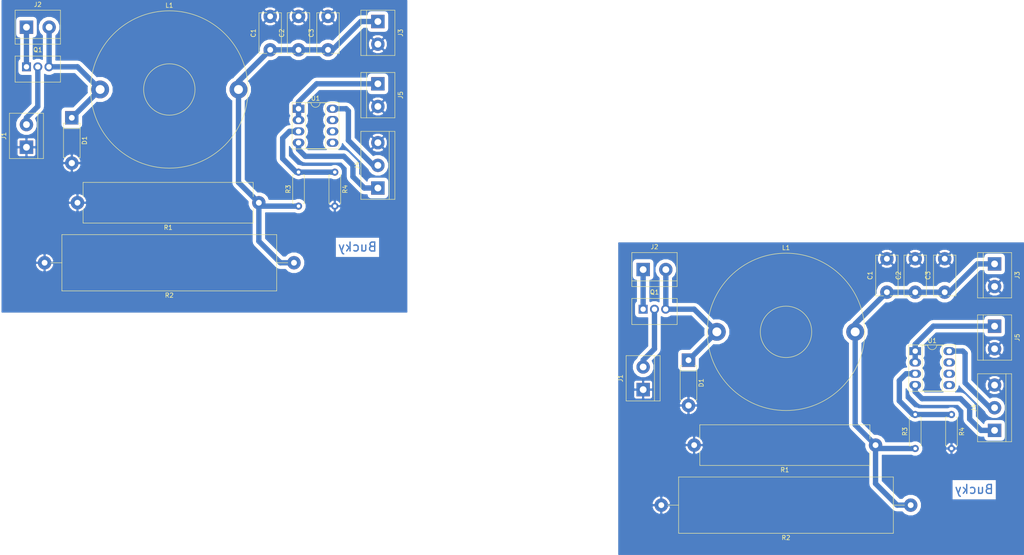
<source format=kicad_pcb>
(kicad_pcb (version 4) (host pcbnew 4.0.6)

  (general
    (links 65)
    (no_connects 9)
    (area 0 0 0 0)
    (thickness 1.6)
    (drawings 2)
    (tracks 92)
    (zones 0)
    (modules 32)
    (nets 10)
  )

  (page A4)
  (layers
    (0 F.Cu signal)
    (31 B.Cu signal)
    (32 B.Adhes user)
    (33 F.Adhes user)
    (34 B.Paste user)
    (35 F.Paste user)
    (36 B.SilkS user)
    (37 F.SilkS user)
    (38 B.Mask user)
    (39 F.Mask user)
    (40 Dwgs.User user)
    (41 Cmts.User user)
    (42 Eco1.User user)
    (43 Eco2.User user)
    (44 Edge.Cuts user)
    (45 Margin user)
    (46 B.CrtYd user)
    (47 F.CrtYd user)
    (48 B.Fab user)
    (49 F.Fab user)
  )

  (setup
    (last_trace_width 1.2)
    (trace_clearance 0.8)
    (zone_clearance 0.508)
    (zone_45_only no)
    (trace_min 0.2)
    (segment_width 0.2)
    (edge_width 0.15)
    (via_size 2)
    (via_drill 1)
    (via_min_size 0.4)
    (via_min_drill 0.3)
    (uvia_size 0.6)
    (uvia_drill 0.1)
    (uvias_allowed no)
    (uvia_min_size 0.2)
    (uvia_min_drill 0.1)
    (pcb_text_width 0.3)
    (pcb_text_size 1.5 1.5)
    (mod_edge_width 0.15)
    (mod_text_size 1 1)
    (mod_text_width 0.15)
    (pad_size 3 3)
    (pad_drill 1.3)
    (pad_to_mask_clearance 0.2)
    (aux_axis_origin 0 0)
    (visible_elements 7FFFF7FF)
    (pcbplotparams
      (layerselection 0x00030_80000001)
      (usegerberextensions false)
      (excludeedgelayer true)
      (linewidth 0.100000)
      (plotframeref false)
      (viasonmask false)
      (mode 1)
      (useauxorigin false)
      (hpglpennumber 1)
      (hpglpenspeed 20)
      (hpglpendiameter 15)
      (hpglpenoverlay 2)
      (psnegative false)
      (psa4output false)
      (plotreference true)
      (plotvalue true)
      (plotinvisibletext false)
      (padsonsilk false)
      (subtractmaskfromsilk false)
      (outputformat 1)
      (mirror false)
      (drillshape 1)
      (scaleselection 1)
      (outputdirectory ""))
  )

  (net 0 "")
  (net 1 /OUT)
  (net 2 /GND)
  (net 3 /Source)
  (net 4 /24V)
  (net 5 /Gate)
  (net 6 /-15V)
  (net 7 /15V)
  (net 8 /OUT_Filtro)
  (net 9 "Net-(R3-Pad2)")

  (net_class Default "This is the default net class."
    (clearance 0.8)
    (trace_width 1.2)
    (via_dia 2)
    (via_drill 1)
    (uvia_dia 0.6)
    (uvia_drill 0.1)
    (add_net /-15V)
    (add_net /15V)
    (add_net /24V)
    (add_net /GND)
    (add_net /Gate)
    (add_net /OUT)
    (add_net /OUT_Filtro)
    (add_net /Source)
    (add_net "Net-(R3-Pad2)")
  )

  (module Housings_DIP:DIP-8_W7.62mm_Socket_LongPads (layer F.Cu) (tedit 59EFAF18) (tstamp 59EFB81E)
    (at 235.204 105.156)
    (descr "8-lead though-hole mounted DIP package, row spacing 7.62 mm (300 mils), Socket, LongPads")
    (tags "THT DIP DIL PDIP 2.54mm 7.62mm 300mil Socket LongPads")
    (path /59EF7989)
    (fp_text reference U1 (at 3.81 -2.33) (layer F.SilkS)
      (effects (font (size 1 1) (thickness 0.15)))
    )
    (fp_text value TL082 (at 3.81 9.95) (layer F.Fab)
      (effects (font (size 1 1) (thickness 0.15)))
    )
    (fp_arc (start 3.81 -1.33) (end 2.81 -1.33) (angle -180) (layer F.SilkS) (width 0.12))
    (fp_line (start 1.635 -1.27) (end 6.985 -1.27) (layer F.Fab) (width 0.1))
    (fp_line (start 6.985 -1.27) (end 6.985 8.89) (layer F.Fab) (width 0.1))
    (fp_line (start 6.985 8.89) (end 0.635 8.89) (layer F.Fab) (width 0.1))
    (fp_line (start 0.635 8.89) (end 0.635 -0.27) (layer F.Fab) (width 0.1))
    (fp_line (start 0.635 -0.27) (end 1.635 -1.27) (layer F.Fab) (width 0.1))
    (fp_line (start -1.27 -1.33) (end -1.27 8.95) (layer F.Fab) (width 0.1))
    (fp_line (start -1.27 8.95) (end 8.89 8.95) (layer F.Fab) (width 0.1))
    (fp_line (start 8.89 8.95) (end 8.89 -1.33) (layer F.Fab) (width 0.1))
    (fp_line (start 8.89 -1.33) (end -1.27 -1.33) (layer F.Fab) (width 0.1))
    (fp_line (start 2.81 -1.33) (end 1.56 -1.33) (layer F.SilkS) (width 0.12))
    (fp_line (start 1.56 -1.33) (end 1.56 8.95) (layer F.SilkS) (width 0.12))
    (fp_line (start 1.56 8.95) (end 6.06 8.95) (layer F.SilkS) (width 0.12))
    (fp_line (start 6.06 8.95) (end 6.06 -1.33) (layer F.SilkS) (width 0.12))
    (fp_line (start 6.06 -1.33) (end 4.81 -1.33) (layer F.SilkS) (width 0.12))
    (fp_line (start -1.44 -1.39) (end -1.44 9.01) (layer F.SilkS) (width 0.12))
    (fp_line (start -1.44 9.01) (end 9.06 9.01) (layer F.SilkS) (width 0.12))
    (fp_line (start 9.06 9.01) (end 9.06 -1.39) (layer F.SilkS) (width 0.12))
    (fp_line (start 9.06 -1.39) (end -1.44 -1.39) (layer F.SilkS) (width 0.12))
    (fp_line (start -1.55 -1.6) (end -1.55 9.2) (layer F.CrtYd) (width 0.05))
    (fp_line (start -1.55 9.2) (end 9.15 9.2) (layer F.CrtYd) (width 0.05))
    (fp_line (start 9.15 9.2) (end 9.15 -1.6) (layer F.CrtYd) (width 0.05))
    (fp_line (start 9.15 -1.6) (end -1.55 -1.6) (layer F.CrtYd) (width 0.05))
    (fp_text user %R (at 3.81 3.81) (layer F.Fab)
      (effects (font (size 1 1) (thickness 0.15)))
    )
    (pad 1 thru_hole rect (at 0 0) (size 2.6 1.8) (drill 1.2) (layers *.Cu *.Mask)
      (net 8 /OUT_Filtro))
    (pad 5 thru_hole oval (at 7.62 7.62) (size 2.6 1.8) (drill 1.2) (layers *.Cu *.Mask))
    (pad 2 thru_hole oval (at 0 2.54) (size 2.6 1.8) (drill 1.2) (layers *.Cu *.Mask)
      (net 8 /OUT_Filtro))
    (pad 6 thru_hole oval (at 7.62 5.08) (size 2.6 1.8) (drill 1.2) (layers *.Cu *.Mask))
    (pad 3 thru_hole oval (at 0 5.08) (size 2.6 1.8) (drill 1.2) (layers *.Cu *.Mask)
      (net 9 "Net-(R3-Pad2)"))
    (pad 7 thru_hole oval (at 7.62 2.54) (size 2.6 1.8) (drill 1.2) (layers *.Cu *.Mask))
    (pad 4 thru_hole oval (at 0 7.62) (size 2.6 1.8) (drill 1.2) (layers *.Cu *.Mask)
      (net 6 /-15V))
    (pad 8 thru_hole oval (at 7.62 0) (size 2.6 1.8) (drill 1.2) (layers *.Cu *.Mask)
      (net 7 /15V))
    (model ${KISYS3DMOD}/Housings_DIP.3dshapes/DIP-8_W7.62mm_Socket.wrl
      (at (xyz 0 0 0))
      (scale (xyz 1 1 1))
      (rotate (xyz 0 0 0))
    )
  )

  (module Resistors_THT:R_Axial_DIN0207_L6.3mm_D2.5mm_P7.62mm_Horizontal (layer F.Cu) (tedit 5874F706) (tstamp 59EFB809)
    (at 243.332 119.38 270)
    (descr "Resistor, Axial_DIN0207 series, Axial, Horizontal, pin pitch=7.62mm, 0.25W = 1/4W, length*diameter=6.3*2.5mm^2, http://cdn-reichelt.de/documents/datenblatt/B400/1_4W%23YAG.pdf")
    (tags "Resistor Axial_DIN0207 series Axial Horizontal pin pitch 7.62mm 0.25W = 1/4W length 6.3mm diameter 2.5mm")
    (path /59EF7946)
    (fp_text reference R4 (at 3.81 -2.31 270) (layer F.SilkS)
      (effects (font (size 1 1) (thickness 0.15)))
    )
    (fp_text value 1k (at 3.81 2.31 270) (layer F.Fab)
      (effects (font (size 1 1) (thickness 0.15)))
    )
    (fp_line (start 0.66 -1.25) (end 0.66 1.25) (layer F.Fab) (width 0.1))
    (fp_line (start 0.66 1.25) (end 6.96 1.25) (layer F.Fab) (width 0.1))
    (fp_line (start 6.96 1.25) (end 6.96 -1.25) (layer F.Fab) (width 0.1))
    (fp_line (start 6.96 -1.25) (end 0.66 -1.25) (layer F.Fab) (width 0.1))
    (fp_line (start 0 0) (end 0.66 0) (layer F.Fab) (width 0.1))
    (fp_line (start 7.62 0) (end 6.96 0) (layer F.Fab) (width 0.1))
    (fp_line (start 0.6 -0.98) (end 0.6 -1.31) (layer F.SilkS) (width 0.12))
    (fp_line (start 0.6 -1.31) (end 7.02 -1.31) (layer F.SilkS) (width 0.12))
    (fp_line (start 7.02 -1.31) (end 7.02 -0.98) (layer F.SilkS) (width 0.12))
    (fp_line (start 0.6 0.98) (end 0.6 1.31) (layer F.SilkS) (width 0.12))
    (fp_line (start 0.6 1.31) (end 7.02 1.31) (layer F.SilkS) (width 0.12))
    (fp_line (start 7.02 1.31) (end 7.02 0.98) (layer F.SilkS) (width 0.12))
    (fp_line (start -1.05 -1.6) (end -1.05 1.6) (layer F.CrtYd) (width 0.05))
    (fp_line (start -1.05 1.6) (end 8.7 1.6) (layer F.CrtYd) (width 0.05))
    (fp_line (start 8.7 1.6) (end 8.7 -1.6) (layer F.CrtYd) (width 0.05))
    (fp_line (start 8.7 -1.6) (end -1.05 -1.6) (layer F.CrtYd) (width 0.05))
    (pad 1 thru_hole circle (at 0 0 270) (size 1.6 1.6) (drill 0.8) (layers *.Cu *.Mask)
      (net 9 "Net-(R3-Pad2)"))
    (pad 2 thru_hole oval (at 7.62 0 270) (size 1.6 1.6) (drill 0.8) (layers *.Cu *.Mask)
      (net 2 /GND))
    (model ${KISYS3DMOD}/Resistors_THT.3dshapes/R_Axial_DIN0207_L6.3mm_D2.5mm_P7.62mm_Horizontal.wrl
      (at (xyz 0 0 0))
      (scale (xyz 0.393701 0.393701 0.393701))
      (rotate (xyz 0 0 0))
    )
  )

  (module Resistors_THT:R_Axial_DIN0207_L6.3mm_D2.5mm_P7.62mm_Horizontal (layer F.Cu) (tedit 5874F706) (tstamp 59EFB7F4)
    (at 235.204 127 90)
    (descr "Resistor, Axial_DIN0207 series, Axial, Horizontal, pin pitch=7.62mm, 0.25W = 1/4W, length*diameter=6.3*2.5mm^2, http://cdn-reichelt.de/documents/datenblatt/B400/1_4W%23YAG.pdf")
    (tags "Resistor Axial_DIN0207 series Axial Horizontal pin pitch 7.62mm 0.25W = 1/4W length 6.3mm diameter 2.5mm")
    (path /59EF78FC)
    (fp_text reference R3 (at 3.81 -2.31 90) (layer F.SilkS)
      (effects (font (size 1 1) (thickness 0.15)))
    )
    (fp_text value 10k (at 3.81 2.31 90) (layer F.Fab)
      (effects (font (size 1 1) (thickness 0.15)))
    )
    (fp_line (start 0.66 -1.25) (end 0.66 1.25) (layer F.Fab) (width 0.1))
    (fp_line (start 0.66 1.25) (end 6.96 1.25) (layer F.Fab) (width 0.1))
    (fp_line (start 6.96 1.25) (end 6.96 -1.25) (layer F.Fab) (width 0.1))
    (fp_line (start 6.96 -1.25) (end 0.66 -1.25) (layer F.Fab) (width 0.1))
    (fp_line (start 0 0) (end 0.66 0) (layer F.Fab) (width 0.1))
    (fp_line (start 7.62 0) (end 6.96 0) (layer F.Fab) (width 0.1))
    (fp_line (start 0.6 -0.98) (end 0.6 -1.31) (layer F.SilkS) (width 0.12))
    (fp_line (start 0.6 -1.31) (end 7.02 -1.31) (layer F.SilkS) (width 0.12))
    (fp_line (start 7.02 -1.31) (end 7.02 -0.98) (layer F.SilkS) (width 0.12))
    (fp_line (start 0.6 0.98) (end 0.6 1.31) (layer F.SilkS) (width 0.12))
    (fp_line (start 0.6 1.31) (end 7.02 1.31) (layer F.SilkS) (width 0.12))
    (fp_line (start 7.02 1.31) (end 7.02 0.98) (layer F.SilkS) (width 0.12))
    (fp_line (start -1.05 -1.6) (end -1.05 1.6) (layer F.CrtYd) (width 0.05))
    (fp_line (start -1.05 1.6) (end 8.7 1.6) (layer F.CrtYd) (width 0.05))
    (fp_line (start 8.7 1.6) (end 8.7 -1.6) (layer F.CrtYd) (width 0.05))
    (fp_line (start 8.7 -1.6) (end -1.05 -1.6) (layer F.CrtYd) (width 0.05))
    (pad 1 thru_hole circle (at 0 0 90) (size 1.6 1.6) (drill 0.8) (layers *.Cu *.Mask)
      (net 1 /OUT))
    (pad 2 thru_hole oval (at 7.62 0 90) (size 1.6 1.6) (drill 0.8) (layers *.Cu *.Mask)
      (net 9 "Net-(R3-Pad2)"))
    (model ${KISYS3DMOD}/Resistors_THT.3dshapes/R_Axial_DIN0207_L6.3mm_D2.5mm_P7.62mm_Horizontal.wrl
      (at (xyz 0 0 0))
      (scale (xyz 0.393701 0.393701 0.393701))
      (rotate (xyz 0 0 0))
    )
  )

  (module Resistors_THT:R_Axial_Power_L48.0mm_W12.5mm_P55.88mm (layer F.Cu) (tedit 59EFAF7F) (tstamp 59EFB7DF)
    (at 234.188 139.7 180)
    (descr "Resistor, Axial_Power series, Axial, Horizontal, pin pitch=55.88mm, 15W, length*diameter=48*12.5mm^2, http://cdn-reichelt.de/documents/datenblatt/B400/5WAXIAL_9WAXIAL_11WAXIAL_17WAXIAL%23YAG.pdf")
    (tags "Resistor Axial_Power series Axial Horizontal pin pitch 55.88mm 15W length 48mm diameter 12.5mm")
    (path /59EF7648)
    (fp_text reference R2 (at 27.94 -7.31 180) (layer F.SilkS)
      (effects (font (size 1 1) (thickness 0.15)))
    )
    (fp_text value 33Ver (at 27.94 7.31 180) (layer F.Fab)
      (effects (font (size 1 1) (thickness 0.15)))
    )
    (fp_line (start 3.94 -6.25) (end 3.94 6.25) (layer F.Fab) (width 0.1))
    (fp_line (start 3.94 6.25) (end 51.94 6.25) (layer F.Fab) (width 0.1))
    (fp_line (start 51.94 6.25) (end 51.94 -6.25) (layer F.Fab) (width 0.1))
    (fp_line (start 51.94 -6.25) (end 3.94 -6.25) (layer F.Fab) (width 0.1))
    (fp_line (start 0 0) (end 3.94 0) (layer F.Fab) (width 0.1))
    (fp_line (start 55.88 0) (end 51.94 0) (layer F.Fab) (width 0.1))
    (fp_line (start 3.88 -6.31) (end 3.88 6.31) (layer F.SilkS) (width 0.12))
    (fp_line (start 3.88 6.31) (end 52 6.31) (layer F.SilkS) (width 0.12))
    (fp_line (start 52 6.31) (end 52 -6.31) (layer F.SilkS) (width 0.12))
    (fp_line (start 52 -6.31) (end 3.88 -6.31) (layer F.SilkS) (width 0.12))
    (fp_line (start 1.38 0) (end 3.88 0) (layer F.SilkS) (width 0.12))
    (fp_line (start 54.5 0) (end 52 0) (layer F.SilkS) (width 0.12))
    (fp_line (start -1.45 -6.6) (end -1.45 6.6) (layer F.CrtYd) (width 0.05))
    (fp_line (start -1.45 6.6) (end 57.35 6.6) (layer F.CrtYd) (width 0.05))
    (fp_line (start 57.35 6.6) (end 57.35 -6.6) (layer F.CrtYd) (width 0.05))
    (fp_line (start 57.35 -6.6) (end -1.45 -6.6) (layer F.CrtYd) (width 0.05))
    (pad 1 thru_hole circle (at 0 0 180) (size 3 3) (drill 1.3) (layers *.Cu *.Mask)
      (net 1 /OUT))
    (pad 2 thru_hole oval (at 55.88 0 180) (size 3 3) (drill 1.3) (layers *.Cu *.Mask)
      (net 2 /GND))
    (model ${KISYS3DMOD}/Resistors_THT.3dshapes/R_Axial_Power_L48.0mm_W12.5mm_P55.88mm.wrl
      (at (xyz 0 0 0))
      (scale (xyz 0.393701 0.393701 0.393701))
      (rotate (xyz 0 0 0))
    )
  )

  (module Resistors_THT:R_Axial_Power_L38.0mm_W9.0mm_P40.64mm (layer F.Cu) (tedit 59EFAF73) (tstamp 59EFB7CA)
    (at 226.314 126.238 180)
    (descr "Resistor, Axial_Power series, Axial, Horizontal, pin pitch=40.64mm, 9W, length*diameter=38*9mm^2, http://cdn-reichelt.de/documents/datenblatt/B400/5WAXIAL_9WAXIAL_11WAXIAL_17WAXIAL%23YAG.pdf")
    (tags "Resistor Axial_Power series Axial Horizontal pin pitch 40.64mm 9W length 38mm diameter 9mm")
    (path /59EF7617)
    (fp_text reference R1 (at 20.32 -5.56 180) (layer F.SilkS)
      (effects (font (size 1 1) (thickness 0.15)))
    )
    (fp_text value 33Mar (at 20.32 5.56 180) (layer F.Fab)
      (effects (font (size 1 1) (thickness 0.15)))
    )
    (fp_line (start 1.32 -4.5) (end 1.32 4.5) (layer F.Fab) (width 0.1))
    (fp_line (start 1.32 4.5) (end 39.32 4.5) (layer F.Fab) (width 0.1))
    (fp_line (start 39.32 4.5) (end 39.32 -4.5) (layer F.Fab) (width 0.1))
    (fp_line (start 39.32 -4.5) (end 1.32 -4.5) (layer F.Fab) (width 0.1))
    (fp_line (start 0 0) (end 1.32 0) (layer F.Fab) (width 0.1))
    (fp_line (start 40.64 0) (end 39.32 0) (layer F.Fab) (width 0.1))
    (fp_line (start 1.26 -1.38) (end 1.26 -4.56) (layer F.SilkS) (width 0.12))
    (fp_line (start 1.26 -4.56) (end 39.38 -4.56) (layer F.SilkS) (width 0.12))
    (fp_line (start 39.38 -4.56) (end 39.38 -1.38) (layer F.SilkS) (width 0.12))
    (fp_line (start 1.26 1.38) (end 1.26 4.56) (layer F.SilkS) (width 0.12))
    (fp_line (start 1.26 4.56) (end 39.38 4.56) (layer F.SilkS) (width 0.12))
    (fp_line (start 39.38 4.56) (end 39.38 1.38) (layer F.SilkS) (width 0.12))
    (fp_line (start -1.45 -4.85) (end -1.45 4.85) (layer F.CrtYd) (width 0.05))
    (fp_line (start -1.45 4.85) (end 42.1 4.85) (layer F.CrtYd) (width 0.05))
    (fp_line (start 42.1 4.85) (end 42.1 -4.85) (layer F.CrtYd) (width 0.05))
    (fp_line (start 42.1 -4.85) (end -1.45 -4.85) (layer F.CrtYd) (width 0.05))
    (pad 1 thru_hole circle (at 0 0 180) (size 3 3) (drill 1.3) (layers *.Cu *.Mask)
      (net 1 /OUT))
    (pad 2 thru_hole oval (at 40.64 0 180) (size 3 3) (drill 1.3) (layers *.Cu *.Mask)
      (net 2 /GND))
    (model ${KISYS3DMOD}/Resistors_THT.3dshapes/R_Axial_Power_L38.0mm_W9.0mm_P40.64mm.wrl
      (at (xyz 0 0 0))
      (scale (xyz 0.393701 0.393701 0.393701))
      (rotate (xyz 0 0 0))
    )
  )

  (module Connectors:Wafer_Vertical10x5.8x7RM2.5-3 (layer F.Cu) (tedit 556C2A89) (tstamp 59EFB7BC)
    (at 174.244 95.758)
    (descr "Gold-Tek vertical wafer connector with 2.5mm pitch")
    (tags "wafer connector vertical")
    (path /59EFCF4F)
    (fp_text reference Q1 (at 2.54 -3.81) (layer F.SilkS)
      (effects (font (size 1 1) (thickness 0.15)))
    )
    (fp_text value Q_NMOS_GDS (at 2.54 5.08) (layer F.Fab)
      (effects (font (size 1 1) (thickness 0.15)))
    )
    (fp_line (start -2.75 -2.75) (end 7.85 -2.75) (layer F.CrtYd) (width 0.05))
    (fp_line (start 7.85 -2.75) (end 7.85 3.8) (layer F.CrtYd) (width 0.05))
    (fp_line (start 7.85 3.8) (end -2.75 3.8) (layer F.CrtYd) (width 0.05))
    (fp_line (start -2.75 3.8) (end -2.75 -2.75) (layer F.CrtYd) (width 0.05))
    (fp_line (start 7.62 3.43) (end -2.54 3.43) (layer F.SilkS) (width 0.12))
    (fp_line (start -2.54 -2.41) (end 7.62 -2.41) (layer F.SilkS) (width 0.12))
    (fp_line (start 7.62 -2.41) (end 7.62 3.43) (layer F.SilkS) (width 0.12))
    (fp_line (start -2.54 -2.41) (end -2.54 3.43) (layer F.SilkS) (width 0.12))
    (pad 1 thru_hole rect (at 0 0) (size 2 2) (drill 1.2) (layers *.Cu *.Mask)
      (net 5 /Gate))
    (pad 2 thru_hole circle (at 2.54 0) (size 2 2) (drill 1.2) (layers *.Cu *.Mask)
      (net 4 /24V))
    (pad 3 thru_hole circle (at 5.04 0) (size 2 2) (drill 1.2) (layers *.Cu *.Mask)
      (net 3 /Source))
    (model ${KISYS3DMOD}/Connectors.3dshapes/Wafer_Vertical10x5.8x7RM2.5-3.wrl
      (at (xyz 0 0 0))
      (scale (xyz 4 4 4))
      (rotate (xyz 0 0 0))
    )
  )

  (module Inductors_THT:L_Toroid_Horizontal_D35.1mm_P31.00mm_Vishay_TJ6 (layer F.Cu) (tedit 59EFAEDE) (tstamp 59EFB7A2)
    (at 190.754 100.838)
    (descr "L_Toroid, Horizontal series, Radial, pin pitch=31.00mm, , diameter=35.1mm, Vishay, TJ6, http://www.vishay.com/docs/34079/tj.pdf")
    (tags "L_Toroid Horizontal series Radial pin pitch 31.00mm  diameter 35.1mm Vishay TJ6")
    (path /59EF7035)
    (fp_text reference L1 (at 15.5 -18.86) (layer F.SilkS)
      (effects (font (size 1 1) (thickness 0.15)))
    )
    (fp_text value 6m (at 15.5 18.86) (layer F.Fab)
      (effects (font (size 1 1) (thickness 0.15)))
    )
    (fp_circle (center 15.5 0) (end 33.05 0) (layer F.Fab) (width 0.1))
    (fp_circle (center 15.5 0) (end 21.35 0) (layer F.Fab) (width 0.1))
    (fp_circle (center 15.5 0) (end 33.14 0) (layer F.SilkS) (width 0.12))
    (fp_circle (center 15.5 0) (end 21.26 0) (layer F.SilkS) (width 0.12))
    (fp_line (start 32.7872 0) (end 21.175019 1.52057) (layer F.Fab) (width 0.1))
    (fp_line (start 30.471288 8.643369) (end 19.65449 4.154298) (layer F.Fab) (width 0.1))
    (fp_line (start 24.144062 14.970887) (end 17.020833 5.674949) (layer F.Fab) (width 0.1))
    (fp_line (start 15.500801 17.2872) (end 13.979693 5.67509) (layer F.Fab) (width 0.1))
    (fp_line (start 6.857325 14.971688) (end 11.345895 4.154682) (layer F.Fab) (width 0.1))
    (fp_line (start 0.529513 8.644756) (end 9.825122 1.521096) (layer F.Fab) (width 0.1))
    (fp_line (start -1.7872 0.001602) (end 9.82484 -1.520044) (layer F.Fab) (width 0.1))
    (fp_line (start 0.527911 -8.641982) (end 11.345125 -4.153913) (layer F.Fab) (width 0.1))
    (fp_line (start 6.854551 -14.970086) (end 13.978641 -5.674808) (layer F.Fab) (width 0.1))
    (fp_line (start 15.497597 -17.2872) (end 17.019781 -5.67523) (layer F.Fab) (width 0.1))
    (fp_line (start 24.141288 -14.972489) (end 19.65372 -4.155067) (layer F.Fab) (width 0.1))
    (fp_line (start 30.469686 -8.646143) (end 21.174737 -1.521621) (layer F.Fab) (width 0.1))
    (fp_line (start 32.7872 -0.003203) (end 21.175301 1.519518) (layer F.Fab) (width 0.1))
    (fp_line (start -2.4 -17.9) (end -2.4 17.9) (layer F.CrtYd) (width 0.05))
    (fp_line (start -2.4 17.9) (end 33.4 17.9) (layer F.CrtYd) (width 0.05))
    (fp_line (start 33.4 17.9) (end 33.4 -17.9) (layer F.CrtYd) (width 0.05))
    (fp_line (start 33.4 -17.9) (end -2.4 -17.9) (layer F.CrtYd) (width 0.05))
    (pad 1 thru_hole circle (at 0 0) (size 4 4) (drill 2) (layers *.Cu *.Mask)
      (net 3 /Source))
    (pad 2 thru_hole circle (at 31 0) (size 4 4) (drill 2) (layers *.Cu *.Mask)
      (net 1 /OUT))
    (model Inductors_THT.3dshapes/L_Toroid_Horizontal_D35.1mm_P31.00mm_Vishay_TJ6.wrl
      (at (xyz 0 0 0))
      (scale (xyz 0.393701 0.393701 0.393701))
      (rotate (xyz 0 0 0))
    )
  )

  (module Connectors:bornier2 (layer F.Cu) (tedit 587FD522) (tstamp 59EFB78F)
    (at 252.984 99.568 270)
    (descr "Bornier d'alimentation 2 pins")
    (tags DEV)
    (path /59EFA122)
    (fp_text reference J5 (at 2.54 -5.08 270) (layer F.SilkS)
      (effects (font (size 1 1) (thickness 0.15)))
    )
    (fp_text value IN_Filtro (at 2.54 5.08 270) (layer F.Fab)
      (effects (font (size 1 1) (thickness 0.15)))
    )
    (fp_line (start -2.41 2.55) (end 7.49 2.55) (layer F.Fab) (width 0.1))
    (fp_line (start -2.46 -3.75) (end -2.46 3.75) (layer F.Fab) (width 0.1))
    (fp_line (start -2.46 3.75) (end 7.54 3.75) (layer F.Fab) (width 0.1))
    (fp_line (start 7.54 3.75) (end 7.54 -3.75) (layer F.Fab) (width 0.1))
    (fp_line (start 7.54 -3.75) (end -2.46 -3.75) (layer F.Fab) (width 0.1))
    (fp_line (start 7.62 2.54) (end -2.54 2.54) (layer F.SilkS) (width 0.12))
    (fp_line (start 7.62 3.81) (end 7.62 -3.81) (layer F.SilkS) (width 0.12))
    (fp_line (start 7.62 -3.81) (end -2.54 -3.81) (layer F.SilkS) (width 0.12))
    (fp_line (start -2.54 -3.81) (end -2.54 3.81) (layer F.SilkS) (width 0.12))
    (fp_line (start -2.54 3.81) (end 7.62 3.81) (layer F.SilkS) (width 0.12))
    (fp_line (start -2.71 -4) (end 7.79 -4) (layer F.CrtYd) (width 0.05))
    (fp_line (start -2.71 -4) (end -2.71 4) (layer F.CrtYd) (width 0.05))
    (fp_line (start 7.79 4) (end 7.79 -4) (layer F.CrtYd) (width 0.05))
    (fp_line (start 7.79 4) (end -2.71 4) (layer F.CrtYd) (width 0.05))
    (pad 1 thru_hole rect (at 0 0 270) (size 3 3) (drill 1.52) (layers *.Cu *.Mask)
      (net 8 /OUT_Filtro))
    (pad 2 thru_hole circle (at 5.08 0 270) (size 3 3) (drill 1.52) (layers *.Cu *.Mask)
      (net 2 /GND))
    (model ${KISYS3DMOD}/Connectors.3dshapes/bornier2.wrl
      (at (xyz 0 0 0))
      (scale (xyz 1 1 1))
      (rotate (xyz 0 0 0))
    )
  )

  (module Connectors:bornier3 (layer F.Cu) (tedit 587FD5F2) (tstamp 59EFB77B)
    (at 252.984 122.936 90)
    (descr "Bornier d'alimentation 3 pins")
    (tags DEV)
    (path /59EF93EF)
    (fp_text reference J4 (at 5.05 -4.65 90) (layer F.SilkS)
      (effects (font (size 1 1) (thickness 0.15)))
    )
    (fp_text value Alimentacao_TL (at 5.08 5.08 90) (layer F.Fab)
      (effects (font (size 1 1) (thickness 0.15)))
    )
    (fp_line (start -2.47 2.55) (end 12.63 2.55) (layer F.Fab) (width 0.1))
    (fp_line (start -2.47 -3.75) (end 12.63 -3.75) (layer F.Fab) (width 0.1))
    (fp_line (start 12.63 -3.75) (end 12.63 3.75) (layer F.Fab) (width 0.1))
    (fp_line (start 12.63 3.75) (end -2.47 3.75) (layer F.Fab) (width 0.1))
    (fp_line (start -2.47 3.75) (end -2.47 -3.75) (layer F.Fab) (width 0.1))
    (fp_line (start -2.54 3.81) (end -2.54 -3.81) (layer F.SilkS) (width 0.12))
    (fp_line (start 12.7 3.81) (end 12.7 -3.81) (layer F.SilkS) (width 0.12))
    (fp_line (start -2.54 2.54) (end 12.7 2.54) (layer F.SilkS) (width 0.12))
    (fp_line (start -2.54 -3.81) (end 12.7 -3.81) (layer F.SilkS) (width 0.12))
    (fp_line (start -2.54 3.81) (end 12.7 3.81) (layer F.SilkS) (width 0.12))
    (fp_line (start -2.72 -4) (end 12.88 -4) (layer F.CrtYd) (width 0.05))
    (fp_line (start -2.72 -4) (end -2.72 4) (layer F.CrtYd) (width 0.05))
    (fp_line (start 12.88 4) (end 12.88 -4) (layer F.CrtYd) (width 0.05))
    (fp_line (start 12.88 4) (end -2.72 4) (layer F.CrtYd) (width 0.05))
    (pad 1 thru_hole rect (at 0 0 90) (size 3 3) (drill 1.52) (layers *.Cu *.Mask)
      (net 6 /-15V))
    (pad 2 thru_hole circle (at 5.08 0 90) (size 3 3) (drill 1.52) (layers *.Cu *.Mask)
      (net 7 /15V))
    (pad 3 thru_hole circle (at 10.16 0 90) (size 3 3) (drill 1.52) (layers *.Cu *.Mask)
      (net 2 /GND))
    (model ${KISYS3DMOD}/Connectors.3dshapes/bornier3.wrl
      (at (xyz 0 0 0))
      (scale (xyz 1 1 1))
      (rotate (xyz 0 0 0))
    )
  )

  (module Connectors:bornier2 (layer F.Cu) (tedit 587FD522) (tstamp 59EFB768)
    (at 252.984 85.598 270)
    (descr "Bornier d'alimentation 2 pins")
    (tags DEV)
    (path /59EFD4F1)
    (fp_text reference J3 (at 2.54 -5.08 270) (layer F.SilkS)
      (effects (font (size 1 1) (thickness 0.15)))
    )
    (fp_text value CONN_01X02 (at 2.54 5.08 270) (layer F.Fab)
      (effects (font (size 1 1) (thickness 0.15)))
    )
    (fp_line (start -2.41 2.55) (end 7.49 2.55) (layer F.Fab) (width 0.1))
    (fp_line (start -2.46 -3.75) (end -2.46 3.75) (layer F.Fab) (width 0.1))
    (fp_line (start -2.46 3.75) (end 7.54 3.75) (layer F.Fab) (width 0.1))
    (fp_line (start 7.54 3.75) (end 7.54 -3.75) (layer F.Fab) (width 0.1))
    (fp_line (start 7.54 -3.75) (end -2.46 -3.75) (layer F.Fab) (width 0.1))
    (fp_line (start 7.62 2.54) (end -2.54 2.54) (layer F.SilkS) (width 0.12))
    (fp_line (start 7.62 3.81) (end 7.62 -3.81) (layer F.SilkS) (width 0.12))
    (fp_line (start 7.62 -3.81) (end -2.54 -3.81) (layer F.SilkS) (width 0.12))
    (fp_line (start -2.54 -3.81) (end -2.54 3.81) (layer F.SilkS) (width 0.12))
    (fp_line (start -2.54 3.81) (end 7.62 3.81) (layer F.SilkS) (width 0.12))
    (fp_line (start -2.71 -4) (end 7.79 -4) (layer F.CrtYd) (width 0.05))
    (fp_line (start -2.71 -4) (end -2.71 4) (layer F.CrtYd) (width 0.05))
    (fp_line (start 7.79 4) (end 7.79 -4) (layer F.CrtYd) (width 0.05))
    (fp_line (start 7.79 4) (end -2.71 4) (layer F.CrtYd) (width 0.05))
    (pad 1 thru_hole rect (at 0 0 270) (size 3 3) (drill 1.52) (layers *.Cu *.Mask)
      (net 1 /OUT))
    (pad 2 thru_hole circle (at 5.08 0 270) (size 3 3) (drill 1.52) (layers *.Cu *.Mask)
      (net 2 /GND))
    (model ${KISYS3DMOD}/Connectors.3dshapes/bornier2.wrl
      (at (xyz 0 0 0))
      (scale (xyz 1 1 1))
      (rotate (xyz 0 0 0))
    )
  )

  (module Connectors:bornier2 (layer F.Cu) (tedit 587FD522) (tstamp 59EFB755)
    (at 174.244 86.868)
    (descr "Bornier d'alimentation 2 pins")
    (tags DEV)
    (path /59EF88A9)
    (fp_text reference J2 (at 2.54 -5.08) (layer F.SilkS)
      (effects (font (size 1 1) (thickness 0.15)))
    )
    (fp_text value OUT_Driver (at 2.54 5.08) (layer F.Fab)
      (effects (font (size 1 1) (thickness 0.15)))
    )
    (fp_line (start -2.41 2.55) (end 7.49 2.55) (layer F.Fab) (width 0.1))
    (fp_line (start -2.46 -3.75) (end -2.46 3.75) (layer F.Fab) (width 0.1))
    (fp_line (start -2.46 3.75) (end 7.54 3.75) (layer F.Fab) (width 0.1))
    (fp_line (start 7.54 3.75) (end 7.54 -3.75) (layer F.Fab) (width 0.1))
    (fp_line (start 7.54 -3.75) (end -2.46 -3.75) (layer F.Fab) (width 0.1))
    (fp_line (start 7.62 2.54) (end -2.54 2.54) (layer F.SilkS) (width 0.12))
    (fp_line (start 7.62 3.81) (end 7.62 -3.81) (layer F.SilkS) (width 0.12))
    (fp_line (start 7.62 -3.81) (end -2.54 -3.81) (layer F.SilkS) (width 0.12))
    (fp_line (start -2.54 -3.81) (end -2.54 3.81) (layer F.SilkS) (width 0.12))
    (fp_line (start -2.54 3.81) (end 7.62 3.81) (layer F.SilkS) (width 0.12))
    (fp_line (start -2.71 -4) (end 7.79 -4) (layer F.CrtYd) (width 0.05))
    (fp_line (start -2.71 -4) (end -2.71 4) (layer F.CrtYd) (width 0.05))
    (fp_line (start 7.79 4) (end 7.79 -4) (layer F.CrtYd) (width 0.05))
    (fp_line (start 7.79 4) (end -2.71 4) (layer F.CrtYd) (width 0.05))
    (pad 1 thru_hole rect (at 0 0) (size 3 3) (drill 1.52) (layers *.Cu *.Mask)
      (net 5 /Gate))
    (pad 2 thru_hole circle (at 5.08 0) (size 3 3) (drill 1.52) (layers *.Cu *.Mask)
      (net 3 /Source))
    (model ${KISYS3DMOD}/Connectors.3dshapes/bornier2.wrl
      (at (xyz 0 0 0))
      (scale (xyz 1 1 1))
      (rotate (xyz 0 0 0))
    )
  )

  (module Connectors:bornier2 (layer F.Cu) (tedit 587FD522) (tstamp 59EFB742)
    (at 174.244 113.792 90)
    (descr "Bornier d'alimentation 2 pins")
    (tags DEV)
    (path /59EF7141)
    (fp_text reference J1 (at 2.54 -5.08 90) (layer F.SilkS)
      (effects (font (size 1 1) (thickness 0.15)))
    )
    (fp_text value 24V (at 2.54 5.08 90) (layer F.Fab)
      (effects (font (size 1 1) (thickness 0.15)))
    )
    (fp_line (start -2.41 2.55) (end 7.49 2.55) (layer F.Fab) (width 0.1))
    (fp_line (start -2.46 -3.75) (end -2.46 3.75) (layer F.Fab) (width 0.1))
    (fp_line (start -2.46 3.75) (end 7.54 3.75) (layer F.Fab) (width 0.1))
    (fp_line (start 7.54 3.75) (end 7.54 -3.75) (layer F.Fab) (width 0.1))
    (fp_line (start 7.54 -3.75) (end -2.46 -3.75) (layer F.Fab) (width 0.1))
    (fp_line (start 7.62 2.54) (end -2.54 2.54) (layer F.SilkS) (width 0.12))
    (fp_line (start 7.62 3.81) (end 7.62 -3.81) (layer F.SilkS) (width 0.12))
    (fp_line (start 7.62 -3.81) (end -2.54 -3.81) (layer F.SilkS) (width 0.12))
    (fp_line (start -2.54 -3.81) (end -2.54 3.81) (layer F.SilkS) (width 0.12))
    (fp_line (start -2.54 3.81) (end 7.62 3.81) (layer F.SilkS) (width 0.12))
    (fp_line (start -2.71 -4) (end 7.79 -4) (layer F.CrtYd) (width 0.05))
    (fp_line (start -2.71 -4) (end -2.71 4) (layer F.CrtYd) (width 0.05))
    (fp_line (start 7.79 4) (end 7.79 -4) (layer F.CrtYd) (width 0.05))
    (fp_line (start 7.79 4) (end -2.71 4) (layer F.CrtYd) (width 0.05))
    (pad 1 thru_hole rect (at 0 0 90) (size 3 3) (drill 1.52) (layers *.Cu *.Mask)
      (net 2 /GND))
    (pad 2 thru_hole circle (at 5.08 0 90) (size 3 3) (drill 1.52) (layers *.Cu *.Mask)
      (net 4 /24V))
    (model ${KISYS3DMOD}/Connectors.3dshapes/bornier2.wrl
      (at (xyz 0 0 0))
      (scale (xyz 1 1 1))
      (rotate (xyz 0 0 0))
    )
  )

  (module Diodes_THT:D_DO-15_P10.16mm_Horizontal (layer F.Cu) (tedit 59EFAF97) (tstamp 59EFB72A)
    (at 184.404 107.188 270)
    (descr "D, DO-15 series, Axial, Horizontal, pin pitch=10.16mm, , length*diameter=7.6*3.6mm^2, , http://www.diodes.com/_files/packages/DO-15.pdf")
    (tags "D DO-15 series Axial Horizontal pin pitch 10.16mm  length 7.6mm diameter 3.6mm")
    (path /59EF732A)
    (fp_text reference D1 (at 5.08 -2.86 270) (layer F.SilkS)
      (effects (font (size 1 1) (thickness 0.15)))
    )
    (fp_text value D (at 5.08 2.86 270) (layer F.Fab)
      (effects (font (size 1 1) (thickness 0.15)))
    )
    (fp_text user %R (at 5.08 0 270) (layer F.Fab)
      (effects (font (size 1 1) (thickness 0.15)))
    )
    (fp_line (start 1.28 -1.8) (end 1.28 1.8) (layer F.Fab) (width 0.1))
    (fp_line (start 1.28 1.8) (end 8.88 1.8) (layer F.Fab) (width 0.1))
    (fp_line (start 8.88 1.8) (end 8.88 -1.8) (layer F.Fab) (width 0.1))
    (fp_line (start 8.88 -1.8) (end 1.28 -1.8) (layer F.Fab) (width 0.1))
    (fp_line (start 0 0) (end 1.28 0) (layer F.Fab) (width 0.1))
    (fp_line (start 10.16 0) (end 8.88 0) (layer F.Fab) (width 0.1))
    (fp_line (start 2.42 -1.8) (end 2.42 1.8) (layer F.Fab) (width 0.1))
    (fp_line (start 1.22 -1.38) (end 1.22 -1.86) (layer F.SilkS) (width 0.12))
    (fp_line (start 1.22 -1.86) (end 8.94 -1.86) (layer F.SilkS) (width 0.12))
    (fp_line (start 8.94 -1.86) (end 8.94 -1.38) (layer F.SilkS) (width 0.12))
    (fp_line (start 1.22 1.38) (end 1.22 1.86) (layer F.SilkS) (width 0.12))
    (fp_line (start 1.22 1.86) (end 8.94 1.86) (layer F.SilkS) (width 0.12))
    (fp_line (start 8.94 1.86) (end 8.94 1.38) (layer F.SilkS) (width 0.12))
    (fp_line (start 2.42 -1.86) (end 2.42 1.86) (layer F.SilkS) (width 0.12))
    (fp_line (start -1.45 -2.15) (end -1.45 2.15) (layer F.CrtYd) (width 0.05))
    (fp_line (start -1.45 2.15) (end 11.65 2.15) (layer F.CrtYd) (width 0.05))
    (fp_line (start 11.65 2.15) (end 11.65 -2.15) (layer F.CrtYd) (width 0.05))
    (fp_line (start 11.65 -2.15) (end -1.45 -2.15) (layer F.CrtYd) (width 0.05))
    (pad 1 thru_hole rect (at 0 0 270) (size 3 3) (drill 1.3) (layers *.Cu *.Mask)
      (net 3 /Source))
    (pad 2 thru_hole oval (at 10.16 0 270) (size 3 3) (drill 1.4) (layers *.Cu *.Mask)
      (net 2 /GND))
    (model ${KISYS3DMOD}/Diodes_THT.3dshapes/D_DO-15_P10.16mm_Horizontal.wrl
      (at (xyz 0 0 0))
      (scale (xyz 0.393701 0.393701 0.393701))
      (rotate (xyz 0 0 0))
    )
  )

  (module Capacitors_THT:C_Rect_L9.0mm_W4.9mm_P7.50mm_MKT (layer F.Cu) (tedit 597BC7C2) (tstamp 59EFB716)
    (at 241.808 91.948 90)
    (descr "C, Rect series, Radial, pin pitch=7.50mm, , length*width=9*4.9mm^2, Capacitor, https://en.tdk.eu/inf/20/20/db/fc_2009/MKT_B32560_564.pdf")
    (tags "C Rect series Radial pin pitch 7.50mm  length 9mm width 4.9mm Capacitor")
    (path /59EF7511)
    (fp_text reference C3 (at 3.75 -3.76 90) (layer F.SilkS)
      (effects (font (size 1 1) (thickness 0.15)))
    )
    (fp_text value 22u (at 3.75 3.76 90) (layer F.Fab)
      (effects (font (size 1 1) (thickness 0.15)))
    )
    (fp_line (start -0.75 -2.45) (end -0.75 2.45) (layer F.Fab) (width 0.1))
    (fp_line (start -0.75 2.45) (end 8.25 2.45) (layer F.Fab) (width 0.1))
    (fp_line (start 8.25 2.45) (end 8.25 -2.45) (layer F.Fab) (width 0.1))
    (fp_line (start 8.25 -2.45) (end -0.75 -2.45) (layer F.Fab) (width 0.1))
    (fp_line (start -0.81 -2.51) (end 8.31 -2.51) (layer F.SilkS) (width 0.12))
    (fp_line (start -0.81 2.51) (end 8.31 2.51) (layer F.SilkS) (width 0.12))
    (fp_line (start -0.81 -2.51) (end -0.81 -0.75) (layer F.SilkS) (width 0.12))
    (fp_line (start -0.81 0.75) (end -0.81 2.51) (layer F.SilkS) (width 0.12))
    (fp_line (start 8.31 -2.51) (end 8.31 -0.75) (layer F.SilkS) (width 0.12))
    (fp_line (start 8.31 0.75) (end 8.31 2.51) (layer F.SilkS) (width 0.12))
    (fp_line (start -1.1 -2.8) (end -1.1 2.8) (layer F.CrtYd) (width 0.05))
    (fp_line (start -1.1 2.8) (end 8.6 2.8) (layer F.CrtYd) (width 0.05))
    (fp_line (start 8.6 2.8) (end 8.6 -2.8) (layer F.CrtYd) (width 0.05))
    (fp_line (start 8.6 -2.8) (end -1.1 -2.8) (layer F.CrtYd) (width 0.05))
    (fp_text user %R (at 3.75 0 90) (layer F.Fab)
      (effects (font (size 1 1) (thickness 0.15)))
    )
    (pad 1 thru_hole circle (at 0 0 90) (size 3 3) (drill 1.3) (layers *.Cu *.Mask)
      (net 1 /OUT))
    (pad 2 thru_hole circle (at 7.5 0 90) (size 3 3) (drill 1.3) (layers *.Cu *.Mask)
      (net 2 /GND))
    (model ${KISYS3DMOD}/Capacitors_THT.3dshapes/C_Rect_L9.0mm_W4.9mm_P7.50mm_MKT.wrl
      (at (xyz 0 0 0))
      (scale (xyz 1 1 1))
      (rotate (xyz 0 0 0))
    )
  )

  (module Capacitors_THT:C_Rect_L9.0mm_W4.9mm_P7.50mm_MKT (layer F.Cu) (tedit 597BC7C2) (tstamp 59EFB702)
    (at 235.204 91.948 90)
    (descr "C, Rect series, Radial, pin pitch=7.50mm, , length*width=9*4.9mm^2, Capacitor, https://en.tdk.eu/inf/20/20/db/fc_2009/MKT_B32560_564.pdf")
    (tags "C Rect series Radial pin pitch 7.50mm  length 9mm width 4.9mm Capacitor")
    (path /59EF74D1)
    (fp_text reference C2 (at 3.75 -3.76 90) (layer F.SilkS)
      (effects (font (size 1 1) (thickness 0.15)))
    )
    (fp_text value 10u (at 3.75 3.76 90) (layer F.Fab)
      (effects (font (size 1 1) (thickness 0.15)))
    )
    (fp_line (start -0.75 -2.45) (end -0.75 2.45) (layer F.Fab) (width 0.1))
    (fp_line (start -0.75 2.45) (end 8.25 2.45) (layer F.Fab) (width 0.1))
    (fp_line (start 8.25 2.45) (end 8.25 -2.45) (layer F.Fab) (width 0.1))
    (fp_line (start 8.25 -2.45) (end -0.75 -2.45) (layer F.Fab) (width 0.1))
    (fp_line (start -0.81 -2.51) (end 8.31 -2.51) (layer F.SilkS) (width 0.12))
    (fp_line (start -0.81 2.51) (end 8.31 2.51) (layer F.SilkS) (width 0.12))
    (fp_line (start -0.81 -2.51) (end -0.81 -0.75) (layer F.SilkS) (width 0.12))
    (fp_line (start -0.81 0.75) (end -0.81 2.51) (layer F.SilkS) (width 0.12))
    (fp_line (start 8.31 -2.51) (end 8.31 -0.75) (layer F.SilkS) (width 0.12))
    (fp_line (start 8.31 0.75) (end 8.31 2.51) (layer F.SilkS) (width 0.12))
    (fp_line (start -1.1 -2.8) (end -1.1 2.8) (layer F.CrtYd) (width 0.05))
    (fp_line (start -1.1 2.8) (end 8.6 2.8) (layer F.CrtYd) (width 0.05))
    (fp_line (start 8.6 2.8) (end 8.6 -2.8) (layer F.CrtYd) (width 0.05))
    (fp_line (start 8.6 -2.8) (end -1.1 -2.8) (layer F.CrtYd) (width 0.05))
    (fp_text user %R (at 3.75 0 90) (layer F.Fab)
      (effects (font (size 1 1) (thickness 0.15)))
    )
    (pad 1 thru_hole circle (at 0 0 90) (size 3 3) (drill 1.3) (layers *.Cu *.Mask)
      (net 1 /OUT))
    (pad 2 thru_hole circle (at 7.5 0 90) (size 3 3) (drill 1.3) (layers *.Cu *.Mask)
      (net 2 /GND))
    (model ${KISYS3DMOD}/Capacitors_THT.3dshapes/C_Rect_L9.0mm_W4.9mm_P7.50mm_MKT.wrl
      (at (xyz 0 0 0))
      (scale (xyz 1 1 1))
      (rotate (xyz 0 0 0))
    )
  )

  (module Capacitors_THT:C_Rect_L9.0mm_W4.9mm_P7.50mm_MKT (layer F.Cu) (tedit 59EFAFB7) (tstamp 59EFB6EE)
    (at 228.854 91.948 90)
    (descr "C, Rect series, Radial, pin pitch=7.50mm, , length*width=9*4.9mm^2, Capacitor, https://en.tdk.eu/inf/20/20/db/fc_2009/MKT_B32560_564.pdf")
    (tags "C Rect series Radial pin pitch 7.50mm  length 9mm width 4.9mm Capacitor")
    (path /59EF74A3)
    (fp_text reference C1 (at 3.75 -3.76 90) (layer F.SilkS)
      (effects (font (size 1 1) (thickness 0.15)))
    )
    (fp_text value 100u (at 3.75 3.76 90) (layer F.Fab)
      (effects (font (size 1 1) (thickness 0.15)))
    )
    (fp_line (start -0.75 -2.45) (end -0.75 2.45) (layer F.Fab) (width 0.1))
    (fp_line (start -0.75 2.45) (end 8.25 2.45) (layer F.Fab) (width 0.1))
    (fp_line (start 8.25 2.45) (end 8.25 -2.45) (layer F.Fab) (width 0.1))
    (fp_line (start 8.25 -2.45) (end -0.75 -2.45) (layer F.Fab) (width 0.1))
    (fp_line (start -0.81 -2.51) (end 8.31 -2.51) (layer F.SilkS) (width 0.12))
    (fp_line (start -0.81 2.51) (end 8.31 2.51) (layer F.SilkS) (width 0.12))
    (fp_line (start -0.81 -2.51) (end -0.81 -0.75) (layer F.SilkS) (width 0.12))
    (fp_line (start -0.81 0.75) (end -0.81 2.51) (layer F.SilkS) (width 0.12))
    (fp_line (start 8.31 -2.51) (end 8.31 -0.75) (layer F.SilkS) (width 0.12))
    (fp_line (start 8.31 0.75) (end 8.31 2.51) (layer F.SilkS) (width 0.12))
    (fp_line (start -1.1 -2.8) (end -1.1 2.8) (layer F.CrtYd) (width 0.05))
    (fp_line (start -1.1 2.8) (end 8.6 2.8) (layer F.CrtYd) (width 0.05))
    (fp_line (start 8.6 2.8) (end 8.6 -2.8) (layer F.CrtYd) (width 0.05))
    (fp_line (start 8.6 -2.8) (end -1.1 -2.8) (layer F.CrtYd) (width 0.05))
    (fp_text user %R (at 3.75 0 270) (layer F.Fab)
      (effects (font (size 1 1) (thickness 0.15)))
    )
    (pad 1 thru_hole circle (at 0 0 90) (size 3 3) (drill 1.3) (layers *.Cu *.Mask)
      (net 1 /OUT))
    (pad 2 thru_hole circle (at 7.5 0 90) (size 3 3) (drill 1.3) (layers *.Cu *.Mask)
      (net 2 /GND))
    (model ${KISYS3DMOD}/Capacitors_THT.3dshapes/C_Rect_L9.0mm_W4.9mm_P7.50mm_MKT.wrl
      (at (xyz 0 0 0))
      (scale (xyz 1 1 1))
      (rotate (xyz 0 0 0))
    )
  )

  (module Capacitors_THT:C_Rect_L9.0mm_W4.9mm_P7.50mm_MKT (layer F.Cu) (tedit 59EFAFB7) (tstamp 59EFAED9)
    (at 90.678 37.592 90)
    (descr "C, Rect series, Radial, pin pitch=7.50mm, , length*width=9*4.9mm^2, Capacitor, https://en.tdk.eu/inf/20/20/db/fc_2009/MKT_B32560_564.pdf")
    (tags "C Rect series Radial pin pitch 7.50mm  length 9mm width 4.9mm Capacitor")
    (path /59EF74A3)
    (fp_text reference C1 (at 3.75 -3.76 90) (layer F.SilkS)
      (effects (font (size 1 1) (thickness 0.15)))
    )
    (fp_text value 100u (at 3.75 3.76 90) (layer F.Fab)
      (effects (font (size 1 1) (thickness 0.15)))
    )
    (fp_line (start -0.75 -2.45) (end -0.75 2.45) (layer F.Fab) (width 0.1))
    (fp_line (start -0.75 2.45) (end 8.25 2.45) (layer F.Fab) (width 0.1))
    (fp_line (start 8.25 2.45) (end 8.25 -2.45) (layer F.Fab) (width 0.1))
    (fp_line (start 8.25 -2.45) (end -0.75 -2.45) (layer F.Fab) (width 0.1))
    (fp_line (start -0.81 -2.51) (end 8.31 -2.51) (layer F.SilkS) (width 0.12))
    (fp_line (start -0.81 2.51) (end 8.31 2.51) (layer F.SilkS) (width 0.12))
    (fp_line (start -0.81 -2.51) (end -0.81 -0.75) (layer F.SilkS) (width 0.12))
    (fp_line (start -0.81 0.75) (end -0.81 2.51) (layer F.SilkS) (width 0.12))
    (fp_line (start 8.31 -2.51) (end 8.31 -0.75) (layer F.SilkS) (width 0.12))
    (fp_line (start 8.31 0.75) (end 8.31 2.51) (layer F.SilkS) (width 0.12))
    (fp_line (start -1.1 -2.8) (end -1.1 2.8) (layer F.CrtYd) (width 0.05))
    (fp_line (start -1.1 2.8) (end 8.6 2.8) (layer F.CrtYd) (width 0.05))
    (fp_line (start 8.6 2.8) (end 8.6 -2.8) (layer F.CrtYd) (width 0.05))
    (fp_line (start 8.6 -2.8) (end -1.1 -2.8) (layer F.CrtYd) (width 0.05))
    (fp_text user %R (at 3.75 0 270) (layer F.Fab)
      (effects (font (size 1 1) (thickness 0.15)))
    )
    (pad 1 thru_hole circle (at 0 0 90) (size 3 3) (drill 1.3) (layers *.Cu *.Mask)
      (net 1 /OUT))
    (pad 2 thru_hole circle (at 7.5 0 90) (size 3 3) (drill 1.3) (layers *.Cu *.Mask)
      (net 2 /GND))
    (model ${KISYS3DMOD}/Capacitors_THT.3dshapes/C_Rect_L9.0mm_W4.9mm_P7.50mm_MKT.wrl
      (at (xyz 0 0 0))
      (scale (xyz 1 1 1))
      (rotate (xyz 0 0 0))
    )
  )

  (module Capacitors_THT:C_Rect_L9.0mm_W4.9mm_P7.50mm_MKT (layer F.Cu) (tedit 597BC7C2) (tstamp 59EFAEEE)
    (at 97.028 37.592 90)
    (descr "C, Rect series, Radial, pin pitch=7.50mm, , length*width=9*4.9mm^2, Capacitor, https://en.tdk.eu/inf/20/20/db/fc_2009/MKT_B32560_564.pdf")
    (tags "C Rect series Radial pin pitch 7.50mm  length 9mm width 4.9mm Capacitor")
    (path /59EF74D1)
    (fp_text reference C2 (at 3.75 -3.76 90) (layer F.SilkS)
      (effects (font (size 1 1) (thickness 0.15)))
    )
    (fp_text value 10u (at 3.75 3.76 90) (layer F.Fab)
      (effects (font (size 1 1) (thickness 0.15)))
    )
    (fp_line (start -0.75 -2.45) (end -0.75 2.45) (layer F.Fab) (width 0.1))
    (fp_line (start -0.75 2.45) (end 8.25 2.45) (layer F.Fab) (width 0.1))
    (fp_line (start 8.25 2.45) (end 8.25 -2.45) (layer F.Fab) (width 0.1))
    (fp_line (start 8.25 -2.45) (end -0.75 -2.45) (layer F.Fab) (width 0.1))
    (fp_line (start -0.81 -2.51) (end 8.31 -2.51) (layer F.SilkS) (width 0.12))
    (fp_line (start -0.81 2.51) (end 8.31 2.51) (layer F.SilkS) (width 0.12))
    (fp_line (start -0.81 -2.51) (end -0.81 -0.75) (layer F.SilkS) (width 0.12))
    (fp_line (start -0.81 0.75) (end -0.81 2.51) (layer F.SilkS) (width 0.12))
    (fp_line (start 8.31 -2.51) (end 8.31 -0.75) (layer F.SilkS) (width 0.12))
    (fp_line (start 8.31 0.75) (end 8.31 2.51) (layer F.SilkS) (width 0.12))
    (fp_line (start -1.1 -2.8) (end -1.1 2.8) (layer F.CrtYd) (width 0.05))
    (fp_line (start -1.1 2.8) (end 8.6 2.8) (layer F.CrtYd) (width 0.05))
    (fp_line (start 8.6 2.8) (end 8.6 -2.8) (layer F.CrtYd) (width 0.05))
    (fp_line (start 8.6 -2.8) (end -1.1 -2.8) (layer F.CrtYd) (width 0.05))
    (fp_text user %R (at 3.75 0 90) (layer F.Fab)
      (effects (font (size 1 1) (thickness 0.15)))
    )
    (pad 1 thru_hole circle (at 0 0 90) (size 3 3) (drill 1.3) (layers *.Cu *.Mask)
      (net 1 /OUT))
    (pad 2 thru_hole circle (at 7.5 0 90) (size 3 3) (drill 1.3) (layers *.Cu *.Mask)
      (net 2 /GND))
    (model ${KISYS3DMOD}/Capacitors_THT.3dshapes/C_Rect_L9.0mm_W4.9mm_P7.50mm_MKT.wrl
      (at (xyz 0 0 0))
      (scale (xyz 1 1 1))
      (rotate (xyz 0 0 0))
    )
  )

  (module Capacitors_THT:C_Rect_L9.0mm_W4.9mm_P7.50mm_MKT (layer F.Cu) (tedit 597BC7C2) (tstamp 59EFAF03)
    (at 103.632 37.592 90)
    (descr "C, Rect series, Radial, pin pitch=7.50mm, , length*width=9*4.9mm^2, Capacitor, https://en.tdk.eu/inf/20/20/db/fc_2009/MKT_B32560_564.pdf")
    (tags "C Rect series Radial pin pitch 7.50mm  length 9mm width 4.9mm Capacitor")
    (path /59EF7511)
    (fp_text reference C3 (at 3.75 -3.76 90) (layer F.SilkS)
      (effects (font (size 1 1) (thickness 0.15)))
    )
    (fp_text value 22u (at 3.75 3.76 90) (layer F.Fab)
      (effects (font (size 1 1) (thickness 0.15)))
    )
    (fp_line (start -0.75 -2.45) (end -0.75 2.45) (layer F.Fab) (width 0.1))
    (fp_line (start -0.75 2.45) (end 8.25 2.45) (layer F.Fab) (width 0.1))
    (fp_line (start 8.25 2.45) (end 8.25 -2.45) (layer F.Fab) (width 0.1))
    (fp_line (start 8.25 -2.45) (end -0.75 -2.45) (layer F.Fab) (width 0.1))
    (fp_line (start -0.81 -2.51) (end 8.31 -2.51) (layer F.SilkS) (width 0.12))
    (fp_line (start -0.81 2.51) (end 8.31 2.51) (layer F.SilkS) (width 0.12))
    (fp_line (start -0.81 -2.51) (end -0.81 -0.75) (layer F.SilkS) (width 0.12))
    (fp_line (start -0.81 0.75) (end -0.81 2.51) (layer F.SilkS) (width 0.12))
    (fp_line (start 8.31 -2.51) (end 8.31 -0.75) (layer F.SilkS) (width 0.12))
    (fp_line (start 8.31 0.75) (end 8.31 2.51) (layer F.SilkS) (width 0.12))
    (fp_line (start -1.1 -2.8) (end -1.1 2.8) (layer F.CrtYd) (width 0.05))
    (fp_line (start -1.1 2.8) (end 8.6 2.8) (layer F.CrtYd) (width 0.05))
    (fp_line (start 8.6 2.8) (end 8.6 -2.8) (layer F.CrtYd) (width 0.05))
    (fp_line (start 8.6 -2.8) (end -1.1 -2.8) (layer F.CrtYd) (width 0.05))
    (fp_text user %R (at 3.75 0 90) (layer F.Fab)
      (effects (font (size 1 1) (thickness 0.15)))
    )
    (pad 1 thru_hole circle (at 0 0 90) (size 3 3) (drill 1.3) (layers *.Cu *.Mask)
      (net 1 /OUT))
    (pad 2 thru_hole circle (at 7.5 0 90) (size 3 3) (drill 1.3) (layers *.Cu *.Mask)
      (net 2 /GND))
    (model ${KISYS3DMOD}/Capacitors_THT.3dshapes/C_Rect_L9.0mm_W4.9mm_P7.50mm_MKT.wrl
      (at (xyz 0 0 0))
      (scale (xyz 1 1 1))
      (rotate (xyz 0 0 0))
    )
  )

  (module Diodes_THT:D_DO-15_P10.16mm_Horizontal (layer F.Cu) (tedit 59EFAF97) (tstamp 59EFAF1C)
    (at 46.228 52.832 270)
    (descr "D, DO-15 series, Axial, Horizontal, pin pitch=10.16mm, , length*diameter=7.6*3.6mm^2, , http://www.diodes.com/_files/packages/DO-15.pdf")
    (tags "D DO-15 series Axial Horizontal pin pitch 10.16mm  length 7.6mm diameter 3.6mm")
    (path /59EF732A)
    (fp_text reference D1 (at 5.08 -2.86 270) (layer F.SilkS)
      (effects (font (size 1 1) (thickness 0.15)))
    )
    (fp_text value D (at 5.08 2.86 270) (layer F.Fab)
      (effects (font (size 1 1) (thickness 0.15)))
    )
    (fp_text user %R (at 5.08 0 270) (layer F.Fab)
      (effects (font (size 1 1) (thickness 0.15)))
    )
    (fp_line (start 1.28 -1.8) (end 1.28 1.8) (layer F.Fab) (width 0.1))
    (fp_line (start 1.28 1.8) (end 8.88 1.8) (layer F.Fab) (width 0.1))
    (fp_line (start 8.88 1.8) (end 8.88 -1.8) (layer F.Fab) (width 0.1))
    (fp_line (start 8.88 -1.8) (end 1.28 -1.8) (layer F.Fab) (width 0.1))
    (fp_line (start 0 0) (end 1.28 0) (layer F.Fab) (width 0.1))
    (fp_line (start 10.16 0) (end 8.88 0) (layer F.Fab) (width 0.1))
    (fp_line (start 2.42 -1.8) (end 2.42 1.8) (layer F.Fab) (width 0.1))
    (fp_line (start 1.22 -1.38) (end 1.22 -1.86) (layer F.SilkS) (width 0.12))
    (fp_line (start 1.22 -1.86) (end 8.94 -1.86) (layer F.SilkS) (width 0.12))
    (fp_line (start 8.94 -1.86) (end 8.94 -1.38) (layer F.SilkS) (width 0.12))
    (fp_line (start 1.22 1.38) (end 1.22 1.86) (layer F.SilkS) (width 0.12))
    (fp_line (start 1.22 1.86) (end 8.94 1.86) (layer F.SilkS) (width 0.12))
    (fp_line (start 8.94 1.86) (end 8.94 1.38) (layer F.SilkS) (width 0.12))
    (fp_line (start 2.42 -1.86) (end 2.42 1.86) (layer F.SilkS) (width 0.12))
    (fp_line (start -1.45 -2.15) (end -1.45 2.15) (layer F.CrtYd) (width 0.05))
    (fp_line (start -1.45 2.15) (end 11.65 2.15) (layer F.CrtYd) (width 0.05))
    (fp_line (start 11.65 2.15) (end 11.65 -2.15) (layer F.CrtYd) (width 0.05))
    (fp_line (start 11.65 -2.15) (end -1.45 -2.15) (layer F.CrtYd) (width 0.05))
    (pad 1 thru_hole rect (at 0 0 270) (size 3 3) (drill 1.3) (layers *.Cu *.Mask)
      (net 3 /Source))
    (pad 2 thru_hole oval (at 10.16 0 270) (size 3 3) (drill 1.4) (layers *.Cu *.Mask)
      (net 2 /GND))
    (model ${KISYS3DMOD}/Diodes_THT.3dshapes/D_DO-15_P10.16mm_Horizontal.wrl
      (at (xyz 0 0 0))
      (scale (xyz 0.393701 0.393701 0.393701))
      (rotate (xyz 0 0 0))
    )
  )

  (module Connectors:bornier2 (layer F.Cu) (tedit 587FD522) (tstamp 59EFAF30)
    (at 36.068 59.436 90)
    (descr "Bornier d'alimentation 2 pins")
    (tags DEV)
    (path /59EF7141)
    (fp_text reference J1 (at 2.54 -5.08 90) (layer F.SilkS)
      (effects (font (size 1 1) (thickness 0.15)))
    )
    (fp_text value 24V (at 2.54 5.08 90) (layer F.Fab)
      (effects (font (size 1 1) (thickness 0.15)))
    )
    (fp_line (start -2.41 2.55) (end 7.49 2.55) (layer F.Fab) (width 0.1))
    (fp_line (start -2.46 -3.75) (end -2.46 3.75) (layer F.Fab) (width 0.1))
    (fp_line (start -2.46 3.75) (end 7.54 3.75) (layer F.Fab) (width 0.1))
    (fp_line (start 7.54 3.75) (end 7.54 -3.75) (layer F.Fab) (width 0.1))
    (fp_line (start 7.54 -3.75) (end -2.46 -3.75) (layer F.Fab) (width 0.1))
    (fp_line (start 7.62 2.54) (end -2.54 2.54) (layer F.SilkS) (width 0.12))
    (fp_line (start 7.62 3.81) (end 7.62 -3.81) (layer F.SilkS) (width 0.12))
    (fp_line (start 7.62 -3.81) (end -2.54 -3.81) (layer F.SilkS) (width 0.12))
    (fp_line (start -2.54 -3.81) (end -2.54 3.81) (layer F.SilkS) (width 0.12))
    (fp_line (start -2.54 3.81) (end 7.62 3.81) (layer F.SilkS) (width 0.12))
    (fp_line (start -2.71 -4) (end 7.79 -4) (layer F.CrtYd) (width 0.05))
    (fp_line (start -2.71 -4) (end -2.71 4) (layer F.CrtYd) (width 0.05))
    (fp_line (start 7.79 4) (end 7.79 -4) (layer F.CrtYd) (width 0.05))
    (fp_line (start 7.79 4) (end -2.71 4) (layer F.CrtYd) (width 0.05))
    (pad 1 thru_hole rect (at 0 0 90) (size 3 3) (drill 1.52) (layers *.Cu *.Mask)
      (net 2 /GND))
    (pad 2 thru_hole circle (at 5.08 0 90) (size 3 3) (drill 1.52) (layers *.Cu *.Mask)
      (net 4 /24V))
    (model ${KISYS3DMOD}/Connectors.3dshapes/bornier2.wrl
      (at (xyz 0 0 0))
      (scale (xyz 1 1 1))
      (rotate (xyz 0 0 0))
    )
  )

  (module Connectors:bornier2 (layer F.Cu) (tedit 587FD522) (tstamp 59EFAF44)
    (at 36.068 32.512)
    (descr "Bornier d'alimentation 2 pins")
    (tags DEV)
    (path /59EF88A9)
    (fp_text reference J2 (at 2.54 -5.08) (layer F.SilkS)
      (effects (font (size 1 1) (thickness 0.15)))
    )
    (fp_text value OUT_Driver (at 2.54 5.08) (layer F.Fab)
      (effects (font (size 1 1) (thickness 0.15)))
    )
    (fp_line (start -2.41 2.55) (end 7.49 2.55) (layer F.Fab) (width 0.1))
    (fp_line (start -2.46 -3.75) (end -2.46 3.75) (layer F.Fab) (width 0.1))
    (fp_line (start -2.46 3.75) (end 7.54 3.75) (layer F.Fab) (width 0.1))
    (fp_line (start 7.54 3.75) (end 7.54 -3.75) (layer F.Fab) (width 0.1))
    (fp_line (start 7.54 -3.75) (end -2.46 -3.75) (layer F.Fab) (width 0.1))
    (fp_line (start 7.62 2.54) (end -2.54 2.54) (layer F.SilkS) (width 0.12))
    (fp_line (start 7.62 3.81) (end 7.62 -3.81) (layer F.SilkS) (width 0.12))
    (fp_line (start 7.62 -3.81) (end -2.54 -3.81) (layer F.SilkS) (width 0.12))
    (fp_line (start -2.54 -3.81) (end -2.54 3.81) (layer F.SilkS) (width 0.12))
    (fp_line (start -2.54 3.81) (end 7.62 3.81) (layer F.SilkS) (width 0.12))
    (fp_line (start -2.71 -4) (end 7.79 -4) (layer F.CrtYd) (width 0.05))
    (fp_line (start -2.71 -4) (end -2.71 4) (layer F.CrtYd) (width 0.05))
    (fp_line (start 7.79 4) (end 7.79 -4) (layer F.CrtYd) (width 0.05))
    (fp_line (start 7.79 4) (end -2.71 4) (layer F.CrtYd) (width 0.05))
    (pad 1 thru_hole rect (at 0 0) (size 3 3) (drill 1.52) (layers *.Cu *.Mask)
      (net 5 /Gate))
    (pad 2 thru_hole circle (at 5.08 0) (size 3 3) (drill 1.52) (layers *.Cu *.Mask)
      (net 3 /Source))
    (model ${KISYS3DMOD}/Connectors.3dshapes/bornier2.wrl
      (at (xyz 0 0 0))
      (scale (xyz 1 1 1))
      (rotate (xyz 0 0 0))
    )
  )

  (module Connectors:bornier2 (layer F.Cu) (tedit 587FD522) (tstamp 59EFAF58)
    (at 114.808 31.242 270)
    (descr "Bornier d'alimentation 2 pins")
    (tags DEV)
    (path /59EFD4F1)
    (fp_text reference J3 (at 2.54 -5.08 270) (layer F.SilkS)
      (effects (font (size 1 1) (thickness 0.15)))
    )
    (fp_text value CONN_01X02 (at 2.54 5.08 270) (layer F.Fab)
      (effects (font (size 1 1) (thickness 0.15)))
    )
    (fp_line (start -2.41 2.55) (end 7.49 2.55) (layer F.Fab) (width 0.1))
    (fp_line (start -2.46 -3.75) (end -2.46 3.75) (layer F.Fab) (width 0.1))
    (fp_line (start -2.46 3.75) (end 7.54 3.75) (layer F.Fab) (width 0.1))
    (fp_line (start 7.54 3.75) (end 7.54 -3.75) (layer F.Fab) (width 0.1))
    (fp_line (start 7.54 -3.75) (end -2.46 -3.75) (layer F.Fab) (width 0.1))
    (fp_line (start 7.62 2.54) (end -2.54 2.54) (layer F.SilkS) (width 0.12))
    (fp_line (start 7.62 3.81) (end 7.62 -3.81) (layer F.SilkS) (width 0.12))
    (fp_line (start 7.62 -3.81) (end -2.54 -3.81) (layer F.SilkS) (width 0.12))
    (fp_line (start -2.54 -3.81) (end -2.54 3.81) (layer F.SilkS) (width 0.12))
    (fp_line (start -2.54 3.81) (end 7.62 3.81) (layer F.SilkS) (width 0.12))
    (fp_line (start -2.71 -4) (end 7.79 -4) (layer F.CrtYd) (width 0.05))
    (fp_line (start -2.71 -4) (end -2.71 4) (layer F.CrtYd) (width 0.05))
    (fp_line (start 7.79 4) (end 7.79 -4) (layer F.CrtYd) (width 0.05))
    (fp_line (start 7.79 4) (end -2.71 4) (layer F.CrtYd) (width 0.05))
    (pad 1 thru_hole rect (at 0 0 270) (size 3 3) (drill 1.52) (layers *.Cu *.Mask)
      (net 1 /OUT))
    (pad 2 thru_hole circle (at 5.08 0 270) (size 3 3) (drill 1.52) (layers *.Cu *.Mask)
      (net 2 /GND))
    (model ${KISYS3DMOD}/Connectors.3dshapes/bornier2.wrl
      (at (xyz 0 0 0))
      (scale (xyz 1 1 1))
      (rotate (xyz 0 0 0))
    )
  )

  (module Connectors:bornier3 (layer F.Cu) (tedit 587FD5F2) (tstamp 59EFAF6D)
    (at 114.808 68.58 90)
    (descr "Bornier d'alimentation 3 pins")
    (tags DEV)
    (path /59EF93EF)
    (fp_text reference J4 (at 5.05 -4.65 90) (layer F.SilkS)
      (effects (font (size 1 1) (thickness 0.15)))
    )
    (fp_text value Alimentacao_TL (at 5.08 5.08 90) (layer F.Fab)
      (effects (font (size 1 1) (thickness 0.15)))
    )
    (fp_line (start -2.47 2.55) (end 12.63 2.55) (layer F.Fab) (width 0.1))
    (fp_line (start -2.47 -3.75) (end 12.63 -3.75) (layer F.Fab) (width 0.1))
    (fp_line (start 12.63 -3.75) (end 12.63 3.75) (layer F.Fab) (width 0.1))
    (fp_line (start 12.63 3.75) (end -2.47 3.75) (layer F.Fab) (width 0.1))
    (fp_line (start -2.47 3.75) (end -2.47 -3.75) (layer F.Fab) (width 0.1))
    (fp_line (start -2.54 3.81) (end -2.54 -3.81) (layer F.SilkS) (width 0.12))
    (fp_line (start 12.7 3.81) (end 12.7 -3.81) (layer F.SilkS) (width 0.12))
    (fp_line (start -2.54 2.54) (end 12.7 2.54) (layer F.SilkS) (width 0.12))
    (fp_line (start -2.54 -3.81) (end 12.7 -3.81) (layer F.SilkS) (width 0.12))
    (fp_line (start -2.54 3.81) (end 12.7 3.81) (layer F.SilkS) (width 0.12))
    (fp_line (start -2.72 -4) (end 12.88 -4) (layer F.CrtYd) (width 0.05))
    (fp_line (start -2.72 -4) (end -2.72 4) (layer F.CrtYd) (width 0.05))
    (fp_line (start 12.88 4) (end 12.88 -4) (layer F.CrtYd) (width 0.05))
    (fp_line (start 12.88 4) (end -2.72 4) (layer F.CrtYd) (width 0.05))
    (pad 1 thru_hole rect (at 0 0 90) (size 3 3) (drill 1.52) (layers *.Cu *.Mask)
      (net 6 /-15V))
    (pad 2 thru_hole circle (at 5.08 0 90) (size 3 3) (drill 1.52) (layers *.Cu *.Mask)
      (net 7 /15V))
    (pad 3 thru_hole circle (at 10.16 0 90) (size 3 3) (drill 1.52) (layers *.Cu *.Mask)
      (net 2 /GND))
    (model ${KISYS3DMOD}/Connectors.3dshapes/bornier3.wrl
      (at (xyz 0 0 0))
      (scale (xyz 1 1 1))
      (rotate (xyz 0 0 0))
    )
  )

  (module Connectors:bornier2 (layer F.Cu) (tedit 587FD522) (tstamp 59EFAF81)
    (at 114.808 45.212 270)
    (descr "Bornier d'alimentation 2 pins")
    (tags DEV)
    (path /59EFA122)
    (fp_text reference J5 (at 2.54 -5.08 270) (layer F.SilkS)
      (effects (font (size 1 1) (thickness 0.15)))
    )
    (fp_text value IN_Filtro (at 2.54 5.08 270) (layer F.Fab)
      (effects (font (size 1 1) (thickness 0.15)))
    )
    (fp_line (start -2.41 2.55) (end 7.49 2.55) (layer F.Fab) (width 0.1))
    (fp_line (start -2.46 -3.75) (end -2.46 3.75) (layer F.Fab) (width 0.1))
    (fp_line (start -2.46 3.75) (end 7.54 3.75) (layer F.Fab) (width 0.1))
    (fp_line (start 7.54 3.75) (end 7.54 -3.75) (layer F.Fab) (width 0.1))
    (fp_line (start 7.54 -3.75) (end -2.46 -3.75) (layer F.Fab) (width 0.1))
    (fp_line (start 7.62 2.54) (end -2.54 2.54) (layer F.SilkS) (width 0.12))
    (fp_line (start 7.62 3.81) (end 7.62 -3.81) (layer F.SilkS) (width 0.12))
    (fp_line (start 7.62 -3.81) (end -2.54 -3.81) (layer F.SilkS) (width 0.12))
    (fp_line (start -2.54 -3.81) (end -2.54 3.81) (layer F.SilkS) (width 0.12))
    (fp_line (start -2.54 3.81) (end 7.62 3.81) (layer F.SilkS) (width 0.12))
    (fp_line (start -2.71 -4) (end 7.79 -4) (layer F.CrtYd) (width 0.05))
    (fp_line (start -2.71 -4) (end -2.71 4) (layer F.CrtYd) (width 0.05))
    (fp_line (start 7.79 4) (end 7.79 -4) (layer F.CrtYd) (width 0.05))
    (fp_line (start 7.79 4) (end -2.71 4) (layer F.CrtYd) (width 0.05))
    (pad 1 thru_hole rect (at 0 0 270) (size 3 3) (drill 1.52) (layers *.Cu *.Mask)
      (net 8 /OUT_Filtro))
    (pad 2 thru_hole circle (at 5.08 0 270) (size 3 3) (drill 1.52) (layers *.Cu *.Mask)
      (net 2 /GND))
    (model ${KISYS3DMOD}/Connectors.3dshapes/bornier2.wrl
      (at (xyz 0 0 0))
      (scale (xyz 1 1 1))
      (rotate (xyz 0 0 0))
    )
  )

  (module Inductors_THT:L_Toroid_Horizontal_D35.1mm_P31.00mm_Vishay_TJ6 (layer F.Cu) (tedit 59EFAEDE) (tstamp 59EFAF9C)
    (at 52.578 46.482)
    (descr "L_Toroid, Horizontal series, Radial, pin pitch=31.00mm, , diameter=35.1mm, Vishay, TJ6, http://www.vishay.com/docs/34079/tj.pdf")
    (tags "L_Toroid Horizontal series Radial pin pitch 31.00mm  diameter 35.1mm Vishay TJ6")
    (path /59EF7035)
    (fp_text reference L1 (at 15.5 -18.86) (layer F.SilkS)
      (effects (font (size 1 1) (thickness 0.15)))
    )
    (fp_text value 6m (at 15.5 18.86) (layer F.Fab)
      (effects (font (size 1 1) (thickness 0.15)))
    )
    (fp_circle (center 15.5 0) (end 33.05 0) (layer F.Fab) (width 0.1))
    (fp_circle (center 15.5 0) (end 21.35 0) (layer F.Fab) (width 0.1))
    (fp_circle (center 15.5 0) (end 33.14 0) (layer F.SilkS) (width 0.12))
    (fp_circle (center 15.5 0) (end 21.26 0) (layer F.SilkS) (width 0.12))
    (fp_line (start 32.7872 0) (end 21.175019 1.52057) (layer F.Fab) (width 0.1))
    (fp_line (start 30.471288 8.643369) (end 19.65449 4.154298) (layer F.Fab) (width 0.1))
    (fp_line (start 24.144062 14.970887) (end 17.020833 5.674949) (layer F.Fab) (width 0.1))
    (fp_line (start 15.500801 17.2872) (end 13.979693 5.67509) (layer F.Fab) (width 0.1))
    (fp_line (start 6.857325 14.971688) (end 11.345895 4.154682) (layer F.Fab) (width 0.1))
    (fp_line (start 0.529513 8.644756) (end 9.825122 1.521096) (layer F.Fab) (width 0.1))
    (fp_line (start -1.7872 0.001602) (end 9.82484 -1.520044) (layer F.Fab) (width 0.1))
    (fp_line (start 0.527911 -8.641982) (end 11.345125 -4.153913) (layer F.Fab) (width 0.1))
    (fp_line (start 6.854551 -14.970086) (end 13.978641 -5.674808) (layer F.Fab) (width 0.1))
    (fp_line (start 15.497597 -17.2872) (end 17.019781 -5.67523) (layer F.Fab) (width 0.1))
    (fp_line (start 24.141288 -14.972489) (end 19.65372 -4.155067) (layer F.Fab) (width 0.1))
    (fp_line (start 30.469686 -8.646143) (end 21.174737 -1.521621) (layer F.Fab) (width 0.1))
    (fp_line (start 32.7872 -0.003203) (end 21.175301 1.519518) (layer F.Fab) (width 0.1))
    (fp_line (start -2.4 -17.9) (end -2.4 17.9) (layer F.CrtYd) (width 0.05))
    (fp_line (start -2.4 17.9) (end 33.4 17.9) (layer F.CrtYd) (width 0.05))
    (fp_line (start 33.4 17.9) (end 33.4 -17.9) (layer F.CrtYd) (width 0.05))
    (fp_line (start 33.4 -17.9) (end -2.4 -17.9) (layer F.CrtYd) (width 0.05))
    (pad 1 thru_hole circle (at 0 0) (size 4 4) (drill 2) (layers *.Cu *.Mask)
      (net 3 /Source))
    (pad 2 thru_hole circle (at 31 0) (size 4 4) (drill 2) (layers *.Cu *.Mask)
      (net 1 /OUT))
    (model Inductors_THT.3dshapes/L_Toroid_Horizontal_D35.1mm_P31.00mm_Vishay_TJ6.wrl
      (at (xyz 0 0 0))
      (scale (xyz 0.393701 0.393701 0.393701))
      (rotate (xyz 0 0 0))
    )
  )

  (module Connectors:Wafer_Vertical10x5.8x7RM2.5-3 (layer F.Cu) (tedit 556C2A89) (tstamp 59EFAFAB)
    (at 36.068 41.402)
    (descr "Gold-Tek vertical wafer connector with 2.5mm pitch")
    (tags "wafer connector vertical")
    (path /59EFCF4F)
    (fp_text reference Q1 (at 2.54 -3.81) (layer F.SilkS)
      (effects (font (size 1 1) (thickness 0.15)))
    )
    (fp_text value Q_NMOS_GDS (at 2.54 5.08) (layer F.Fab)
      (effects (font (size 1 1) (thickness 0.15)))
    )
    (fp_line (start -2.75 -2.75) (end 7.85 -2.75) (layer F.CrtYd) (width 0.05))
    (fp_line (start 7.85 -2.75) (end 7.85 3.8) (layer F.CrtYd) (width 0.05))
    (fp_line (start 7.85 3.8) (end -2.75 3.8) (layer F.CrtYd) (width 0.05))
    (fp_line (start -2.75 3.8) (end -2.75 -2.75) (layer F.CrtYd) (width 0.05))
    (fp_line (start 7.62 3.43) (end -2.54 3.43) (layer F.SilkS) (width 0.12))
    (fp_line (start -2.54 -2.41) (end 7.62 -2.41) (layer F.SilkS) (width 0.12))
    (fp_line (start 7.62 -2.41) (end 7.62 3.43) (layer F.SilkS) (width 0.12))
    (fp_line (start -2.54 -2.41) (end -2.54 3.43) (layer F.SilkS) (width 0.12))
    (pad 1 thru_hole rect (at 0 0) (size 2 2) (drill 1.2) (layers *.Cu *.Mask)
      (net 5 /Gate))
    (pad 2 thru_hole circle (at 2.54 0) (size 2 2) (drill 1.2) (layers *.Cu *.Mask)
      (net 4 /24V))
    (pad 3 thru_hole circle (at 5.04 0) (size 2 2) (drill 1.2) (layers *.Cu *.Mask)
      (net 3 /Source))
    (model ${KISYS3DMOD}/Connectors.3dshapes/Wafer_Vertical10x5.8x7RM2.5-3.wrl
      (at (xyz 0 0 0))
      (scale (xyz 4 4 4))
      (rotate (xyz 0 0 0))
    )
  )

  (module Resistors_THT:R_Axial_Power_L38.0mm_W9.0mm_P40.64mm (layer F.Cu) (tedit 59EFAF73) (tstamp 59EFAFC1)
    (at 88.138 71.882 180)
    (descr "Resistor, Axial_Power series, Axial, Horizontal, pin pitch=40.64mm, 9W, length*diameter=38*9mm^2, http://cdn-reichelt.de/documents/datenblatt/B400/5WAXIAL_9WAXIAL_11WAXIAL_17WAXIAL%23YAG.pdf")
    (tags "Resistor Axial_Power series Axial Horizontal pin pitch 40.64mm 9W length 38mm diameter 9mm")
    (path /59EF7617)
    (fp_text reference R1 (at 20.32 -5.56 180) (layer F.SilkS)
      (effects (font (size 1 1) (thickness 0.15)))
    )
    (fp_text value 33Mar (at 20.32 5.56 180) (layer F.Fab)
      (effects (font (size 1 1) (thickness 0.15)))
    )
    (fp_line (start 1.32 -4.5) (end 1.32 4.5) (layer F.Fab) (width 0.1))
    (fp_line (start 1.32 4.5) (end 39.32 4.5) (layer F.Fab) (width 0.1))
    (fp_line (start 39.32 4.5) (end 39.32 -4.5) (layer F.Fab) (width 0.1))
    (fp_line (start 39.32 -4.5) (end 1.32 -4.5) (layer F.Fab) (width 0.1))
    (fp_line (start 0 0) (end 1.32 0) (layer F.Fab) (width 0.1))
    (fp_line (start 40.64 0) (end 39.32 0) (layer F.Fab) (width 0.1))
    (fp_line (start 1.26 -1.38) (end 1.26 -4.56) (layer F.SilkS) (width 0.12))
    (fp_line (start 1.26 -4.56) (end 39.38 -4.56) (layer F.SilkS) (width 0.12))
    (fp_line (start 39.38 -4.56) (end 39.38 -1.38) (layer F.SilkS) (width 0.12))
    (fp_line (start 1.26 1.38) (end 1.26 4.56) (layer F.SilkS) (width 0.12))
    (fp_line (start 1.26 4.56) (end 39.38 4.56) (layer F.SilkS) (width 0.12))
    (fp_line (start 39.38 4.56) (end 39.38 1.38) (layer F.SilkS) (width 0.12))
    (fp_line (start -1.45 -4.85) (end -1.45 4.85) (layer F.CrtYd) (width 0.05))
    (fp_line (start -1.45 4.85) (end 42.1 4.85) (layer F.CrtYd) (width 0.05))
    (fp_line (start 42.1 4.85) (end 42.1 -4.85) (layer F.CrtYd) (width 0.05))
    (fp_line (start 42.1 -4.85) (end -1.45 -4.85) (layer F.CrtYd) (width 0.05))
    (pad 1 thru_hole circle (at 0 0 180) (size 3 3) (drill 1.3) (layers *.Cu *.Mask)
      (net 1 /OUT))
    (pad 2 thru_hole oval (at 40.64 0 180) (size 3 3) (drill 1.3) (layers *.Cu *.Mask)
      (net 2 /GND))
    (model ${KISYS3DMOD}/Resistors_THT.3dshapes/R_Axial_Power_L38.0mm_W9.0mm_P40.64mm.wrl
      (at (xyz 0 0 0))
      (scale (xyz 0.393701 0.393701 0.393701))
      (rotate (xyz 0 0 0))
    )
  )

  (module Resistors_THT:R_Axial_Power_L48.0mm_W12.5mm_P55.88mm (layer F.Cu) (tedit 59EFAF7F) (tstamp 59EFAFD7)
    (at 96.012 85.344 180)
    (descr "Resistor, Axial_Power series, Axial, Horizontal, pin pitch=55.88mm, 15W, length*diameter=48*12.5mm^2, http://cdn-reichelt.de/documents/datenblatt/B400/5WAXIAL_9WAXIAL_11WAXIAL_17WAXIAL%23YAG.pdf")
    (tags "Resistor Axial_Power series Axial Horizontal pin pitch 55.88mm 15W length 48mm diameter 12.5mm")
    (path /59EF7648)
    (fp_text reference R2 (at 27.94 -7.31 180) (layer F.SilkS)
      (effects (font (size 1 1) (thickness 0.15)))
    )
    (fp_text value 33Ver (at 27.94 7.31 180) (layer F.Fab)
      (effects (font (size 1 1) (thickness 0.15)))
    )
    (fp_line (start 3.94 -6.25) (end 3.94 6.25) (layer F.Fab) (width 0.1))
    (fp_line (start 3.94 6.25) (end 51.94 6.25) (layer F.Fab) (width 0.1))
    (fp_line (start 51.94 6.25) (end 51.94 -6.25) (layer F.Fab) (width 0.1))
    (fp_line (start 51.94 -6.25) (end 3.94 -6.25) (layer F.Fab) (width 0.1))
    (fp_line (start 0 0) (end 3.94 0) (layer F.Fab) (width 0.1))
    (fp_line (start 55.88 0) (end 51.94 0) (layer F.Fab) (width 0.1))
    (fp_line (start 3.88 -6.31) (end 3.88 6.31) (layer F.SilkS) (width 0.12))
    (fp_line (start 3.88 6.31) (end 52 6.31) (layer F.SilkS) (width 0.12))
    (fp_line (start 52 6.31) (end 52 -6.31) (layer F.SilkS) (width 0.12))
    (fp_line (start 52 -6.31) (end 3.88 -6.31) (layer F.SilkS) (width 0.12))
    (fp_line (start 1.38 0) (end 3.88 0) (layer F.SilkS) (width 0.12))
    (fp_line (start 54.5 0) (end 52 0) (layer F.SilkS) (width 0.12))
    (fp_line (start -1.45 -6.6) (end -1.45 6.6) (layer F.CrtYd) (width 0.05))
    (fp_line (start -1.45 6.6) (end 57.35 6.6) (layer F.CrtYd) (width 0.05))
    (fp_line (start 57.35 6.6) (end 57.35 -6.6) (layer F.CrtYd) (width 0.05))
    (fp_line (start 57.35 -6.6) (end -1.45 -6.6) (layer F.CrtYd) (width 0.05))
    (pad 1 thru_hole circle (at 0 0 180) (size 3 3) (drill 1.3) (layers *.Cu *.Mask)
      (net 1 /OUT))
    (pad 2 thru_hole oval (at 55.88 0 180) (size 3 3) (drill 1.3) (layers *.Cu *.Mask)
      (net 2 /GND))
    (model ${KISYS3DMOD}/Resistors_THT.3dshapes/R_Axial_Power_L48.0mm_W12.5mm_P55.88mm.wrl
      (at (xyz 0 0 0))
      (scale (xyz 0.393701 0.393701 0.393701))
      (rotate (xyz 0 0 0))
    )
  )

  (module Resistors_THT:R_Axial_DIN0207_L6.3mm_D2.5mm_P7.62mm_Horizontal (layer F.Cu) (tedit 5874F706) (tstamp 59EFAFED)
    (at 97.028 72.644 90)
    (descr "Resistor, Axial_DIN0207 series, Axial, Horizontal, pin pitch=7.62mm, 0.25W = 1/4W, length*diameter=6.3*2.5mm^2, http://cdn-reichelt.de/documents/datenblatt/B400/1_4W%23YAG.pdf")
    (tags "Resistor Axial_DIN0207 series Axial Horizontal pin pitch 7.62mm 0.25W = 1/4W length 6.3mm diameter 2.5mm")
    (path /59EF78FC)
    (fp_text reference R3 (at 3.81 -2.31 90) (layer F.SilkS)
      (effects (font (size 1 1) (thickness 0.15)))
    )
    (fp_text value 10k (at 3.81 2.31 90) (layer F.Fab)
      (effects (font (size 1 1) (thickness 0.15)))
    )
    (fp_line (start 0.66 -1.25) (end 0.66 1.25) (layer F.Fab) (width 0.1))
    (fp_line (start 0.66 1.25) (end 6.96 1.25) (layer F.Fab) (width 0.1))
    (fp_line (start 6.96 1.25) (end 6.96 -1.25) (layer F.Fab) (width 0.1))
    (fp_line (start 6.96 -1.25) (end 0.66 -1.25) (layer F.Fab) (width 0.1))
    (fp_line (start 0 0) (end 0.66 0) (layer F.Fab) (width 0.1))
    (fp_line (start 7.62 0) (end 6.96 0) (layer F.Fab) (width 0.1))
    (fp_line (start 0.6 -0.98) (end 0.6 -1.31) (layer F.SilkS) (width 0.12))
    (fp_line (start 0.6 -1.31) (end 7.02 -1.31) (layer F.SilkS) (width 0.12))
    (fp_line (start 7.02 -1.31) (end 7.02 -0.98) (layer F.SilkS) (width 0.12))
    (fp_line (start 0.6 0.98) (end 0.6 1.31) (layer F.SilkS) (width 0.12))
    (fp_line (start 0.6 1.31) (end 7.02 1.31) (layer F.SilkS) (width 0.12))
    (fp_line (start 7.02 1.31) (end 7.02 0.98) (layer F.SilkS) (width 0.12))
    (fp_line (start -1.05 -1.6) (end -1.05 1.6) (layer F.CrtYd) (width 0.05))
    (fp_line (start -1.05 1.6) (end 8.7 1.6) (layer F.CrtYd) (width 0.05))
    (fp_line (start 8.7 1.6) (end 8.7 -1.6) (layer F.CrtYd) (width 0.05))
    (fp_line (start 8.7 -1.6) (end -1.05 -1.6) (layer F.CrtYd) (width 0.05))
    (pad 1 thru_hole circle (at 0 0 90) (size 1.6 1.6) (drill 0.8) (layers *.Cu *.Mask)
      (net 1 /OUT))
    (pad 2 thru_hole oval (at 7.62 0 90) (size 1.6 1.6) (drill 0.8) (layers *.Cu *.Mask)
      (net 9 "Net-(R3-Pad2)"))
    (model ${KISYS3DMOD}/Resistors_THT.3dshapes/R_Axial_DIN0207_L6.3mm_D2.5mm_P7.62mm_Horizontal.wrl
      (at (xyz 0 0 0))
      (scale (xyz 0.393701 0.393701 0.393701))
      (rotate (xyz 0 0 0))
    )
  )

  (module Resistors_THT:R_Axial_DIN0207_L6.3mm_D2.5mm_P7.62mm_Horizontal (layer F.Cu) (tedit 5874F706) (tstamp 59EFB003)
    (at 105.156 65.024 270)
    (descr "Resistor, Axial_DIN0207 series, Axial, Horizontal, pin pitch=7.62mm, 0.25W = 1/4W, length*diameter=6.3*2.5mm^2, http://cdn-reichelt.de/documents/datenblatt/B400/1_4W%23YAG.pdf")
    (tags "Resistor Axial_DIN0207 series Axial Horizontal pin pitch 7.62mm 0.25W = 1/4W length 6.3mm diameter 2.5mm")
    (path /59EF7946)
    (fp_text reference R4 (at 3.81 -2.31 270) (layer F.SilkS)
      (effects (font (size 1 1) (thickness 0.15)))
    )
    (fp_text value 1k (at 3.81 2.31 270) (layer F.Fab)
      (effects (font (size 1 1) (thickness 0.15)))
    )
    (fp_line (start 0.66 -1.25) (end 0.66 1.25) (layer F.Fab) (width 0.1))
    (fp_line (start 0.66 1.25) (end 6.96 1.25) (layer F.Fab) (width 0.1))
    (fp_line (start 6.96 1.25) (end 6.96 -1.25) (layer F.Fab) (width 0.1))
    (fp_line (start 6.96 -1.25) (end 0.66 -1.25) (layer F.Fab) (width 0.1))
    (fp_line (start 0 0) (end 0.66 0) (layer F.Fab) (width 0.1))
    (fp_line (start 7.62 0) (end 6.96 0) (layer F.Fab) (width 0.1))
    (fp_line (start 0.6 -0.98) (end 0.6 -1.31) (layer F.SilkS) (width 0.12))
    (fp_line (start 0.6 -1.31) (end 7.02 -1.31) (layer F.SilkS) (width 0.12))
    (fp_line (start 7.02 -1.31) (end 7.02 -0.98) (layer F.SilkS) (width 0.12))
    (fp_line (start 0.6 0.98) (end 0.6 1.31) (layer F.SilkS) (width 0.12))
    (fp_line (start 0.6 1.31) (end 7.02 1.31) (layer F.SilkS) (width 0.12))
    (fp_line (start 7.02 1.31) (end 7.02 0.98) (layer F.SilkS) (width 0.12))
    (fp_line (start -1.05 -1.6) (end -1.05 1.6) (layer F.CrtYd) (width 0.05))
    (fp_line (start -1.05 1.6) (end 8.7 1.6) (layer F.CrtYd) (width 0.05))
    (fp_line (start 8.7 1.6) (end 8.7 -1.6) (layer F.CrtYd) (width 0.05))
    (fp_line (start 8.7 -1.6) (end -1.05 -1.6) (layer F.CrtYd) (width 0.05))
    (pad 1 thru_hole circle (at 0 0 270) (size 1.6 1.6) (drill 0.8) (layers *.Cu *.Mask)
      (net 9 "Net-(R3-Pad2)"))
    (pad 2 thru_hole oval (at 7.62 0 270) (size 1.6 1.6) (drill 0.8) (layers *.Cu *.Mask)
      (net 2 /GND))
    (model ${KISYS3DMOD}/Resistors_THT.3dshapes/R_Axial_DIN0207_L6.3mm_D2.5mm_P7.62mm_Horizontal.wrl
      (at (xyz 0 0 0))
      (scale (xyz 0.393701 0.393701 0.393701))
      (rotate (xyz 0 0 0))
    )
  )

  (module Housings_DIP:DIP-8_W7.62mm_Socket_LongPads (layer F.Cu) (tedit 59EFAF18) (tstamp 59EFB027)
    (at 97.028 50.8)
    (descr "8-lead though-hole mounted DIP package, row spacing 7.62 mm (300 mils), Socket, LongPads")
    (tags "THT DIP DIL PDIP 2.54mm 7.62mm 300mil Socket LongPads")
    (path /59EF7989)
    (fp_text reference U1 (at 3.81 -2.33) (layer F.SilkS)
      (effects (font (size 1 1) (thickness 0.15)))
    )
    (fp_text value TL082 (at 3.81 9.95) (layer F.Fab)
      (effects (font (size 1 1) (thickness 0.15)))
    )
    (fp_arc (start 3.81 -1.33) (end 2.81 -1.33) (angle -180) (layer F.SilkS) (width 0.12))
    (fp_line (start 1.635 -1.27) (end 6.985 -1.27) (layer F.Fab) (width 0.1))
    (fp_line (start 6.985 -1.27) (end 6.985 8.89) (layer F.Fab) (width 0.1))
    (fp_line (start 6.985 8.89) (end 0.635 8.89) (layer F.Fab) (width 0.1))
    (fp_line (start 0.635 8.89) (end 0.635 -0.27) (layer F.Fab) (width 0.1))
    (fp_line (start 0.635 -0.27) (end 1.635 -1.27) (layer F.Fab) (width 0.1))
    (fp_line (start -1.27 -1.33) (end -1.27 8.95) (layer F.Fab) (width 0.1))
    (fp_line (start -1.27 8.95) (end 8.89 8.95) (layer F.Fab) (width 0.1))
    (fp_line (start 8.89 8.95) (end 8.89 -1.33) (layer F.Fab) (width 0.1))
    (fp_line (start 8.89 -1.33) (end -1.27 -1.33) (layer F.Fab) (width 0.1))
    (fp_line (start 2.81 -1.33) (end 1.56 -1.33) (layer F.SilkS) (width 0.12))
    (fp_line (start 1.56 -1.33) (end 1.56 8.95) (layer F.SilkS) (width 0.12))
    (fp_line (start 1.56 8.95) (end 6.06 8.95) (layer F.SilkS) (width 0.12))
    (fp_line (start 6.06 8.95) (end 6.06 -1.33) (layer F.SilkS) (width 0.12))
    (fp_line (start 6.06 -1.33) (end 4.81 -1.33) (layer F.SilkS) (width 0.12))
    (fp_line (start -1.44 -1.39) (end -1.44 9.01) (layer F.SilkS) (width 0.12))
    (fp_line (start -1.44 9.01) (end 9.06 9.01) (layer F.SilkS) (width 0.12))
    (fp_line (start 9.06 9.01) (end 9.06 -1.39) (layer F.SilkS) (width 0.12))
    (fp_line (start 9.06 -1.39) (end -1.44 -1.39) (layer F.SilkS) (width 0.12))
    (fp_line (start -1.55 -1.6) (end -1.55 9.2) (layer F.CrtYd) (width 0.05))
    (fp_line (start -1.55 9.2) (end 9.15 9.2) (layer F.CrtYd) (width 0.05))
    (fp_line (start 9.15 9.2) (end 9.15 -1.6) (layer F.CrtYd) (width 0.05))
    (fp_line (start 9.15 -1.6) (end -1.55 -1.6) (layer F.CrtYd) (width 0.05))
    (fp_text user %R (at 3.81 3.81) (layer F.Fab)
      (effects (font (size 1 1) (thickness 0.15)))
    )
    (pad 1 thru_hole rect (at 0 0) (size 2.6 1.8) (drill 1.2) (layers *.Cu *.Mask)
      (net 8 /OUT_Filtro))
    (pad 5 thru_hole oval (at 7.62 7.62) (size 2.6 1.8) (drill 1.2) (layers *.Cu *.Mask))
    (pad 2 thru_hole oval (at 0 2.54) (size 2.6 1.8) (drill 1.2) (layers *.Cu *.Mask)
      (net 8 /OUT_Filtro))
    (pad 6 thru_hole oval (at 7.62 5.08) (size 2.6 1.8) (drill 1.2) (layers *.Cu *.Mask))
    (pad 3 thru_hole oval (at 0 5.08) (size 2.6 1.8) (drill 1.2) (layers *.Cu *.Mask)
      (net 9 "Net-(R3-Pad2)"))
    (pad 7 thru_hole oval (at 7.62 2.54) (size 2.6 1.8) (drill 1.2) (layers *.Cu *.Mask))
    (pad 4 thru_hole oval (at 0 7.62) (size 2.6 1.8) (drill 1.2) (layers *.Cu *.Mask)
      (net 6 /-15V))
    (pad 8 thru_hole oval (at 7.62 0) (size 2.6 1.8) (drill 1.2) (layers *.Cu *.Mask)
      (net 7 /15V))
    (model ${KISYS3DMOD}/Housings_DIP.3dshapes/DIP-8_W7.62mm_Socket.wrl
      (at (xyz 0 0 0))
      (scale (xyz 1 1 1))
      (rotate (xyz 0 0 0))
    )
  )

  (gr_text Bucky (at 248.412 136.144) (layer B.Cu) (tstamp 59EFB86F)
    (effects (font (size 2 2) (thickness 0.3)) (justify mirror))
  )
  (gr_text Bucky (at 110.236 81.788) (layer B.Cu)
    (effects (font (size 2 2) (thickness 0.3)) (justify mirror))
  )

  (segment (start 221.754 99.048) (end 221.754 100.838) (width 1.2) (layer B.Cu) (net 1) (tstamp 59EFB84E))
  (segment (start 228.854 91.948) (end 221.754 99.048) (width 1.2) (layer B.Cu) (net 1) (tstamp 59EFB84D))
  (segment (start 235.204 91.948) (end 228.854 91.948) (width 1.2) (layer B.Cu) (net 1) (tstamp 59EFB84C))
  (segment (start 241.808 91.948) (end 235.204 91.948) (width 1.2) (layer B.Cu) (net 1) (tstamp 59EFB84B))
  (segment (start 242.824 91.948) (end 241.808 91.948) (width 1.2) (layer B.Cu) (net 1) (tstamp 59EFB84A))
  (segment (start 249.174 85.598) (end 242.824 91.948) (width 1.2) (layer B.Cu) (net 1) (tstamp 59EFB849))
  (segment (start 252.984 85.598) (end 249.174 85.598) (width 1.2) (layer B.Cu) (net 1) (tstamp 59EFB848))
  (segment (start 221.754 121.678) (end 226.314 126.238) (width 1.2) (layer B.Cu) (net 1) (tstamp 59EFB847))
  (segment (start 221.754 100.838) (end 221.754 121.678) (width 1.2) (layer B.Cu) (net 1) (tstamp 59EFB846))
  (segment (start 226.314 134.874) (end 231.14 139.7) (width 1.2) (layer B.Cu) (net 1) (tstamp 59EFB845))
  (segment (start 231.14 139.7) (end 234.188 139.7) (width 1.2) (layer B.Cu) (net 1) (tstamp 59EFB844))
  (segment (start 226.314 126.238) (end 226.314 134.874) (width 1.2) (layer B.Cu) (net 1) (tstamp 59EFB843))
  (segment (start 227.076 127) (end 226.314 126.238) (width 1.2) (layer B.Cu) (net 1) (tstamp 59EFB842))
  (segment (start 235.204 127) (end 227.076 127) (width 1.2) (layer B.Cu) (net 1) (tstamp 59EFB841))
  (segment (start 97.028 72.644) (end 88.9 72.644) (width 1.2) (layer B.Cu) (net 1))
  (segment (start 88.9 72.644) (end 88.138 71.882) (width 1.2) (layer B.Cu) (net 1) (tstamp 59EFB6CC))
  (segment (start 88.138 71.882) (end 88.138 80.518) (width 1.2) (layer B.Cu) (net 1))
  (segment (start 92.964 85.344) (end 96.012 85.344) (width 1.2) (layer B.Cu) (net 1) (tstamp 59EFB6C1))
  (segment (start 88.138 80.518) (end 92.964 85.344) (width 1.2) (layer B.Cu) (net 1) (tstamp 59EFB6C0))
  (segment (start 83.578 46.482) (end 83.578 67.322) (width 1.2) (layer B.Cu) (net 1))
  (segment (start 83.578 67.322) (end 88.138 71.882) (width 1.2) (layer B.Cu) (net 1) (tstamp 59EFB6BD))
  (segment (start 114.808 31.242) (end 110.998 31.242) (width 1.2) (layer B.Cu) (net 1))
  (segment (start 110.998 31.242) (end 104.648 37.592) (width 1.2) (layer B.Cu) (net 1) (tstamp 59EFB6A5))
  (segment (start 104.648 37.592) (end 103.632 37.592) (width 1.2) (layer B.Cu) (net 1) (tstamp 59EFB6A6))
  (segment (start 103.632 37.592) (end 97.028 37.592) (width 1.2) (layer B.Cu) (net 1))
  (segment (start 97.028 37.592) (end 90.678 37.592) (width 1.2) (layer B.Cu) (net 1) (tstamp 59EFB6A0))
  (segment (start 90.678 37.592) (end 83.578 44.692) (width 1.2) (layer B.Cu) (net 1) (tstamp 59EFB6A1))
  (segment (start 83.578 44.692) (end 83.578 46.482) (width 1.2) (layer B.Cu) (net 1) (tstamp 59EFB6A2))
  (segment (start 190.754 100.838) (end 184.404 107.188) (width 1.2) (layer B.Cu) (net 3) (tstamp 59EFB853))
  (segment (start 185.674 95.758) (end 190.754 100.838) (width 1.2) (layer B.Cu) (net 3) (tstamp 59EFB852))
  (segment (start 179.284 95.758) (end 185.674 95.758) (width 1.2) (layer B.Cu) (net 3) (tstamp 59EFB851))
  (segment (start 179.324 95.718) (end 179.284 95.758) (width 1.2) (layer B.Cu) (net 3) (tstamp 59EFB850))
  (segment (start 179.324 86.868) (end 179.324 95.718) (width 1.2) (layer B.Cu) (net 3) (tstamp 59EFB84F))
  (segment (start 41.148 32.512) (end 41.148 41.362) (width 1.2) (layer B.Cu) (net 3))
  (segment (start 41.148 41.362) (end 41.108 41.402) (width 1.2) (layer B.Cu) (net 3) (tstamp 59EFB6B2))
  (segment (start 41.108 41.402) (end 47.498 41.402) (width 1.2) (layer B.Cu) (net 3))
  (segment (start 47.498 41.402) (end 52.578 46.482) (width 1.2) (layer B.Cu) (net 3) (tstamp 59EFB6AE))
  (segment (start 52.578 46.482) (end 46.228 52.832) (width 1.2) (layer B.Cu) (net 3))
  (segment (start 176.784 104.648) (end 174.244 107.188) (width 1.2) (layer B.Cu) (net 4) (tstamp 59EFB856))
  (segment (start 174.244 107.188) (end 174.244 108.712) (width 1.2) (layer B.Cu) (net 4) (tstamp 59EFB855))
  (segment (start 176.784 95.758) (end 176.784 104.648) (width 1.2) (layer B.Cu) (net 4) (tstamp 59EFB854))
  (segment (start 38.608 41.402) (end 38.608 50.292) (width 1.2) (layer B.Cu) (net 4))
  (segment (start 36.068 52.832) (end 36.068 54.356) (width 1.2) (layer B.Cu) (net 4) (tstamp 59EFB6B8))
  (segment (start 38.608 50.292) (end 36.068 52.832) (width 1.2) (layer B.Cu) (net 4) (tstamp 59EFB6B7))
  (segment (start 174.244 95.758) (end 174.244 86.868) (width 1.2) (layer B.Cu) (net 5) (tstamp 59EFB857))
  (segment (start 36.068 41.402) (end 36.068 32.512) (width 1.2) (layer B.Cu) (net 5))
  (segment (start 249.936 122.936) (end 252.984 122.936) (width 1.2) (layer B.Cu) (net 6) (tstamp 59EFB85F))
  (segment (start 235.204 114.3) (end 235.204 113.792) (width 1.2) (layer B.Cu) (net 6) (tstamp 59EFB85E))
  (segment (start 236.728 115.824) (end 235.204 114.3) (width 1.2) (layer B.Cu) (net 6) (tstamp 59EFB85D))
  (segment (start 245.364 115.824) (end 236.728 115.824) (width 1.2) (layer B.Cu) (net 6) (tstamp 59EFB85C))
  (segment (start 247.396 117.856) (end 245.364 115.824) (width 1.2) (layer B.Cu) (net 6) (tstamp 59EFB85B))
  (segment (start 247.396 120.396) (end 247.396 117.856) (width 1.2) (layer B.Cu) (net 6) (tstamp 59EFB85A))
  (segment (start 249.936 122.936) (end 247.396 120.396) (width 1.2) (layer B.Cu) (net 6) (tstamp 59EFB859))
  (segment (start 235.204 112.776) (end 235.204 113.792) (width 1.2) (layer B.Cu) (net 6) (tstamp 59EFB858))
  (segment (start 97.028 58.42) (end 97.028 59.436) (width 1.2) (layer B.Cu) (net 6))
  (segment (start 111.76 68.58) (end 109.22 66.04) (width 1.2) (layer B.Cu) (net 6) (tstamp 59EFB6CF))
  (segment (start 109.22 66.04) (end 109.22 63.5) (width 1.2) (layer B.Cu) (net 6) (tstamp 59EFB6D0))
  (segment (start 109.22 63.5) (end 107.188 61.468) (width 1.2) (layer B.Cu) (net 6) (tstamp 59EFB6D1))
  (segment (start 107.188 61.468) (end 98.552 61.468) (width 1.2) (layer B.Cu) (net 6) (tstamp 59EFB6D2))
  (segment (start 98.552 61.468) (end 97.028 59.944) (width 1.2) (layer B.Cu) (net 6) (tstamp 59EFB6D3))
  (segment (start 97.028 59.944) (end 97.028 59.436) (width 1.2) (layer B.Cu) (net 6) (tstamp 59EFB6D4))
  (segment (start 111.76 68.58) (end 114.808 68.58) (width 1.2) (layer B.Cu) (net 6))
  (segment (start 245.872 105.156) (end 242.824 105.156) (width 1.2) (layer B.Cu) (net 7) (tstamp 59EFB864))
  (segment (start 246.38 105.664) (end 245.872 105.156) (width 1.2) (layer B.Cu) (net 7) (tstamp 59EFB863))
  (segment (start 246.38 112.268) (end 246.38 105.664) (width 1.2) (layer B.Cu) (net 7) (tstamp 59EFB862))
  (segment (start 251.968 117.856) (end 246.38 112.268) (width 1.2) (layer B.Cu) (net 7) (tstamp 59EFB861))
  (segment (start 252.984 117.856) (end 251.968 117.856) (width 1.2) (layer B.Cu) (net 7) (tstamp 59EFB860))
  (segment (start 114.808 63.5) (end 113.792 63.5) (width 1.2) (layer B.Cu) (net 7))
  (segment (start 113.792 63.5) (end 108.204 57.912) (width 1.2) (layer B.Cu) (net 7) (tstamp 59EFB6D9))
  (segment (start 108.204 57.912) (end 108.204 51.308) (width 1.2) (layer B.Cu) (net 7) (tstamp 59EFB6DA))
  (segment (start 108.204 51.308) (end 107.696 50.8) (width 1.2) (layer B.Cu) (net 7) (tstamp 59EFB6DC))
  (segment (start 107.696 50.8) (end 104.648 50.8) (width 1.2) (layer B.Cu) (net 7) (tstamp 59EFB6DD))
  (segment (start 235.204 107.696) (end 235.204 105.156) (width 1.2) (layer B.Cu) (net 8) (tstamp 59EFB868))
  (segment (start 235.204 103.632) (end 239.268 99.568) (width 1.2) (layer B.Cu) (net 8) (tstamp 59EFB867))
  (segment (start 239.268 99.568) (end 252.984 99.568) (width 1.2) (layer B.Cu) (net 8) (tstamp 59EFB866))
  (segment (start 235.204 105.156) (end 235.204 103.632) (width 1.2) (layer B.Cu) (net 8) (tstamp 59EFB865))
  (segment (start 97.028 50.8) (end 97.028 49.276) (width 1.2) (layer B.Cu) (net 8))
  (segment (start 101.092 45.212) (end 114.808 45.212) (width 1.2) (layer B.Cu) (net 8) (tstamp 59EFB6E3))
  (segment (start 97.028 49.276) (end 101.092 45.212) (width 1.2) (layer B.Cu) (net 8) (tstamp 59EFB6E2))
  (segment (start 97.028 53.34) (end 97.028 50.8) (width 1.2) (layer B.Cu) (net 8))
  (segment (start 235.204 119.38) (end 243.332 119.38) (width 1.2) (layer B.Cu) (net 9) (tstamp 59EFB86E))
  (segment (start 231.648 116.332) (end 231.648 111.76) (width 1.2) (layer B.Cu) (net 9) (tstamp 59EFB86D))
  (segment (start 231.648 111.76) (end 233.172 110.236) (width 1.2) (layer B.Cu) (net 9) (tstamp 59EFB86C))
  (segment (start 233.172 110.236) (end 235.204 110.236) (width 1.2) (layer B.Cu) (net 9) (tstamp 59EFB86B))
  (segment (start 234.696 119.38) (end 231.648 116.332) (width 1.2) (layer B.Cu) (net 9) (tstamp 59EFB86A))
  (segment (start 235.204 119.38) (end 234.696 119.38) (width 1.2) (layer B.Cu) (net 9) (tstamp 59EFB869))
  (segment (start 97.028 65.024) (end 96.52 65.024) (width 1.2) (layer B.Cu) (net 9))
  (segment (start 96.52 65.024) (end 93.472 61.976) (width 1.2) (layer B.Cu) (net 9) (tstamp 59EFB6C6))
  (segment (start 94.996 55.88) (end 97.028 55.88) (width 1.2) (layer B.Cu) (net 9) (tstamp 59EFB6C9))
  (segment (start 93.472 57.404) (end 94.996 55.88) (width 1.2) (layer B.Cu) (net 9) (tstamp 59EFB6C8))
  (segment (start 93.472 61.976) (end 93.472 57.404) (width 1.2) (layer B.Cu) (net 9) (tstamp 59EFB6C7))
  (segment (start 97.028 65.024) (end 105.156 65.024) (width 1.2) (layer B.Cu) (net 9))

  (zone (net 2) (net_name /GND) (layer B.Cu) (tstamp 59EFB6EC) (hatch edge 0.508)
    (connect_pads (clearance 0.508))
    (min_thickness 0.254)
    (fill yes (arc_segments 16) (thermal_gap 0.508) (thermal_bridge_width 0.508))
    (polygon
      (pts
        (xy 121.412 96.52) (xy 30.48 96.52) (xy 30.48 26.416) (xy 121.412 26.416)
      )
    )
    (filled_polygon
      (pts
        (xy 121.285 96.393) (xy 30.607 96.393) (xy 30.607 85.802833) (xy 38.046887 85.802833) (xy 38.333153 86.493958)
        (xy 38.910152 87.094812) (xy 39.673166 87.42912) (xy 40.005 87.316476) (xy 40.005 85.471) (xy 40.259 85.471)
        (xy 40.259 87.316476) (xy 40.590834 87.42912) (xy 41.353848 87.094812) (xy 41.930847 86.493958) (xy 42.217113 85.802833)
        (xy 42.104165 85.471) (xy 40.259 85.471) (xy 40.005 85.471) (xy 38.159835 85.471) (xy 38.046887 85.802833)
        (xy 30.607 85.802833) (xy 30.607 84.885167) (xy 38.046887 84.885167) (xy 38.159835 85.217) (xy 40.005 85.217)
        (xy 40.005 83.371524) (xy 40.259 83.371524) (xy 40.259 85.217) (xy 42.104165 85.217) (xy 42.217113 84.885167)
        (xy 41.930847 84.194042) (xy 41.353848 83.593188) (xy 40.590834 83.25888) (xy 40.259 83.371524) (xy 40.005 83.371524)
        (xy 39.673166 83.25888) (xy 38.910152 83.593188) (xy 38.333153 84.194042) (xy 38.046887 84.885167) (xy 30.607 84.885167)
        (xy 30.607 72.340833) (xy 45.412887 72.340833) (xy 45.699153 73.031958) (xy 46.276152 73.632812) (xy 47.039166 73.96712)
        (xy 47.371 73.854476) (xy 47.371 72.009) (xy 47.625 72.009) (xy 47.625 73.854476) (xy 47.956834 73.96712)
        (xy 48.719848 73.632812) (xy 49.296847 73.031958) (xy 49.583113 72.340833) (xy 49.470165 72.009) (xy 47.625 72.009)
        (xy 47.371 72.009) (xy 45.525835 72.009) (xy 45.412887 72.340833) (xy 30.607 72.340833) (xy 30.607 71.423167)
        (xy 45.412887 71.423167) (xy 45.525835 71.755) (xy 47.371 71.755) (xy 47.371 69.909524) (xy 47.625 69.909524)
        (xy 47.625 71.755) (xy 49.470165 71.755) (xy 49.583113 71.423167) (xy 49.296847 70.732042) (xy 48.719848 70.131188)
        (xy 47.956834 69.79688) (xy 47.625 69.909524) (xy 47.371 69.909524) (xy 47.039166 69.79688) (xy 46.276152 70.131188)
        (xy 45.699153 70.732042) (xy 45.412887 71.423167) (xy 30.607 71.423167) (xy 30.607 63.450834) (xy 44.14288 63.450834)
        (xy 44.477188 64.213848) (xy 45.078042 64.790847) (xy 45.769167 65.077113) (xy 46.101 64.964165) (xy 46.101 63.119)
        (xy 46.355 63.119) (xy 46.355 64.964165) (xy 46.686833 65.077113) (xy 47.377958 64.790847) (xy 47.978812 64.213848)
        (xy 48.31312 63.450834) (xy 48.200476 63.119) (xy 46.355 63.119) (xy 46.101 63.119) (xy 44.255524 63.119)
        (xy 44.14288 63.450834) (xy 30.607 63.450834) (xy 30.607 62.533166) (xy 44.14288 62.533166) (xy 44.255524 62.865)
        (xy 46.101 62.865) (xy 46.101 61.019835) (xy 46.355 61.019835) (xy 46.355 62.865) (xy 48.200476 62.865)
        (xy 48.31312 62.533166) (xy 47.978812 61.770152) (xy 47.377958 61.193153) (xy 46.686833 60.906887) (xy 46.355 61.019835)
        (xy 46.101 61.019835) (xy 45.769167 60.906887) (xy 45.078042 61.193153) (xy 44.477188 61.770152) (xy 44.14288 62.533166)
        (xy 30.607 62.533166) (xy 30.607 59.72175) (xy 33.933 59.72175) (xy 33.933 61.062309) (xy 34.029673 61.295698)
        (xy 34.208301 61.474327) (xy 34.44169 61.571) (xy 35.78225 61.571) (xy 35.941 61.41225) (xy 35.941 59.563)
        (xy 36.195 59.563) (xy 36.195 61.41225) (xy 36.35375 61.571) (xy 37.69431 61.571) (xy 37.927699 61.474327)
        (xy 38.106327 61.295698) (xy 38.203 61.062309) (xy 38.203 59.72175) (xy 38.04425 59.563) (xy 36.195 59.563)
        (xy 35.941 59.563) (xy 34.09175 59.563) (xy 33.933 59.72175) (xy 30.607 59.72175) (xy 30.607 57.809691)
        (xy 33.933 57.809691) (xy 33.933 59.15025) (xy 34.09175 59.309) (xy 35.941 59.309) (xy 35.941 57.45975)
        (xy 36.195 57.45975) (xy 36.195 59.309) (xy 38.04425 59.309) (xy 38.203 59.15025) (xy 38.203 57.809691)
        (xy 38.106327 57.576302) (xy 37.927699 57.397673) (xy 37.69431 57.301) (xy 36.35375 57.301) (xy 36.195 57.45975)
        (xy 35.941 57.45975) (xy 35.78225 57.301) (xy 34.44169 57.301) (xy 34.208301 57.397673) (xy 34.029673 57.576302)
        (xy 33.933 57.809691) (xy 30.607 57.809691) (xy 30.607 31.012) (xy 33.622839 31.012) (xy 33.622839 34.012)
        (xy 33.687478 34.355526) (xy 33.890501 34.671033) (xy 34.200279 34.882696) (xy 34.541 34.951693) (xy 34.541 39.63954)
        (xy 34.408967 39.724501) (xy 34.197304 40.034279) (xy 34.122839 40.402) (xy 34.122839 42.402) (xy 34.187478 42.745526)
        (xy 34.390501 43.061033) (xy 34.700279 43.272696) (xy 35.068 43.347161) (xy 37.068 43.347161) (xy 37.081 43.344715)
        (xy 37.081 49.659496) (xy 34.988248 51.752248) (xy 34.657236 52.247642) (xy 34.635554 52.356643) (xy 34.011689 52.97942)
        (xy 33.641422 53.871122) (xy 33.640579 54.836642) (xy 34.00929 55.728989) (xy 34.69142 56.412311) (xy 35.583122 56.782578)
        (xy 36.548642 56.783421) (xy 37.440989 56.41471) (xy 38.124311 55.73258) (xy 38.494578 54.840878) (xy 38.495421 53.875358)
        (xy 38.12671 52.983011) (xy 38.101623 52.957881) (xy 39.687752 51.371752) (xy 40.018764 50.876358) (xy 40.135 50.292)
        (xy 40.135 43.084499) (xy 40.723014 43.328665) (xy 41.489622 43.329334) (xy 42.198132 43.036584) (xy 42.305904 42.929)
        (xy 46.865496 42.929) (xy 49.704973 45.768477) (xy 49.65151 45.897229) (xy 49.650493 47.061662) (xy 49.705561 47.194935)
        (xy 46.513657 50.386839) (xy 44.728 50.386839) (xy 44.384474 50.451478) (xy 44.068967 50.654501) (xy 43.857304 50.964279)
        (xy 43.782839 51.332) (xy 43.782839 54.332) (xy 43.847478 54.675526) (xy 44.050501 54.991033) (xy 44.360279 55.202696)
        (xy 44.728 55.277161) (xy 47.728 55.277161) (xy 48.071526 55.212522) (xy 48.387033 55.009499) (xy 48.598696 54.699721)
        (xy 48.673161 54.332) (xy 48.673161 52.546343) (xy 51.864477 49.355027) (xy 51.993229 49.40849) (xy 53.157662 49.409507)
        (xy 54.233846 48.964836) (xy 55.057943 48.142177) (xy 55.50449 47.066771) (xy 55.504494 47.061662) (xy 80.650493 47.061662)
        (xy 81.095164 48.137846) (xy 81.917823 48.961943) (xy 82.051 49.017243) (xy 82.051 67.322) (xy 82.167236 67.906358)
        (xy 82.226894 67.995642) (xy 82.498248 68.401752) (xy 85.711232 71.614736) (xy 85.710579 72.362642) (xy 86.07929 73.254989)
        (xy 86.611 73.787628) (xy 86.611 80.518) (xy 86.727236 81.102358) (xy 87.058248 81.597752) (xy 91.884248 86.423752)
        (xy 92.379643 86.754765) (xy 92.964 86.871) (xy 94.107032 86.871) (xy 94.63542 87.400311) (xy 95.527122 87.770578)
        (xy 96.492642 87.771421) (xy 97.384989 87.40271) (xy 98.068311 86.72058) (xy 98.438578 85.828878) (xy 98.439421 84.863358)
        (xy 98.07071 83.971011) (xy 97.38858 83.287689) (xy 96.496878 82.917422) (xy 95.531358 82.916579) (xy 94.639011 83.28529)
        (xy 94.106372 83.817) (xy 93.596504 83.817) (xy 89.665 79.885496) (xy 89.665 79.603) (xy 105.267666 79.603)
        (xy 105.267666 84.173) (xy 115.204334 84.173) (xy 115.204334 79.603) (xy 105.267666 79.603) (xy 89.665 79.603)
        (xy 89.665 74.171) (xy 96.202041 74.171) (xy 96.682971 74.3707) (xy 97.370014 74.371299) (xy 98.004989 74.108933)
        (xy 98.491226 73.623544) (xy 98.753034 72.993041) (xy 103.764086 72.993041) (xy 104.003611 73.499134) (xy 104.418577 73.875041)
        (xy 104.806961 74.035904) (xy 105.029 73.913915) (xy 105.029 72.771) (xy 105.283 72.771) (xy 105.283 73.913915)
        (xy 105.505039 74.035904) (xy 105.893423 73.875041) (xy 106.308389 73.499134) (xy 106.547914 72.993041) (xy 106.426629 72.771)
        (xy 105.283 72.771) (xy 105.029 72.771) (xy 103.885371 72.771) (xy 103.764086 72.993041) (xy 98.753034 72.993041)
        (xy 98.7547 72.989029) (xy 98.755299 72.301986) (xy 98.752396 72.294959) (xy 103.764086 72.294959) (xy 103.885371 72.517)
        (xy 105.029 72.517) (xy 105.029 71.374085) (xy 105.283 71.374085) (xy 105.283 72.517) (xy 106.426629 72.517)
        (xy 106.547914 72.294959) (xy 106.308389 71.788866) (xy 105.893423 71.412959) (xy 105.505039 71.252096) (xy 105.283 71.374085)
        (xy 105.029 71.374085) (xy 104.806961 71.252096) (xy 104.418577 71.412959) (xy 104.003611 71.788866) (xy 103.764086 72.294959)
        (xy 98.752396 72.294959) (xy 98.492933 71.667011) (xy 98.007544 71.180774) (xy 97.373029 70.9173) (xy 96.685986 70.916701)
        (xy 96.201225 71.117) (xy 90.447926 71.117) (xy 90.19671 70.509011) (xy 89.51458 69.825689) (xy 88.622878 69.455422)
        (xy 87.870269 69.454765) (xy 85.105 66.689496) (xy 85.105 57.404) (xy 91.945 57.404) (xy 91.945 61.976)
        (xy 92.061236 62.560358) (xy 92.29863 62.915643) (xy 92.392248 63.055752) (xy 95.440248 66.103752) (xy 95.935642 66.434764)
        (xy 96.08414 66.464302) (xy 96.367106 66.653374) (xy 97.028 66.784834) (xy 97.688894 66.653374) (xy 97.842107 66.551)
        (xy 104.330041 66.551) (xy 104.810971 66.7507) (xy 105.498014 66.751299) (xy 106.132989 66.488933) (xy 106.619226 66.003544)
        (xy 106.8827 65.369029) (xy 106.883299 64.681986) (xy 106.620933 64.047011) (xy 106.135544 63.560774) (xy 105.501029 63.2973)
        (xy 104.813986 63.296701) (xy 104.329225 63.497) (xy 97.842107 63.497) (xy 97.688894 63.394626) (xy 97.028 63.263166)
        (xy 96.936809 63.281305) (xy 94.999 61.343496) (xy 94.999 59.272652) (xy 95.292486 59.711884) (xy 95.501 59.851209)
        (xy 95.501 59.944) (xy 95.617236 60.528358) (xy 95.870161 60.906887) (xy 95.948248 61.023752) (xy 97.472248 62.547752)
        (xy 97.967642 62.878764) (xy 98.552 62.995) (xy 106.555496 62.995) (xy 107.693 64.132504) (xy 107.693 66.04)
        (xy 107.809236 66.624358) (xy 107.916463 66.784834) (xy 108.140248 67.119752) (xy 110.680248 69.659752) (xy 111.175642 69.990764)
        (xy 111.76 70.107) (xy 112.367919 70.107) (xy 112.427478 70.423526) (xy 112.630501 70.739033) (xy 112.940279 70.950696)
        (xy 113.308 71.025161) (xy 116.308 71.025161) (xy 116.651526 70.960522) (xy 116.967033 70.757499) (xy 117.178696 70.447721)
        (xy 117.253161 70.08) (xy 117.253161 67.08) (xy 117.188522 66.736474) (xy 116.985499 66.420967) (xy 116.675721 66.209304)
        (xy 116.308 66.134839) (xy 113.308 66.134839) (xy 112.964474 66.199478) (xy 112.648967 66.402501) (xy 112.437304 66.712279)
        (xy 112.372381 67.032877) (xy 110.747 65.407496) (xy 110.747 63.5) (xy 110.630764 62.915642) (xy 110.299752 62.420248)
        (xy 108.267752 60.388248) (xy 107.772358 60.057236) (xy 107.188 59.941) (xy 106.040618 59.941) (xy 106.383514 59.711884)
        (xy 106.779558 59.119163) (xy 106.87816 58.623456) (xy 107.053177 58.885387) (xy 107.124248 58.991752) (xy 112.568894 64.436398)
        (xy 112.74929 64.872989) (xy 113.43142 65.556311) (xy 114.323122 65.926578) (xy 115.288642 65.927421) (xy 116.180989 65.55871)
        (xy 116.864311 64.87658) (xy 117.234578 63.984878) (xy 117.235421 63.019358) (xy 116.86671 62.127011) (xy 116.18458 61.443689)
        (xy 115.292878 61.073422) (xy 114.327358 61.072579) (xy 113.758946 61.307442) (xy 112.385474 59.93397) (xy 113.473635 59.93397)
        (xy 113.633418 60.252739) (xy 114.424187 60.562723) (xy 115.273387 60.546497) (xy 115.982582 60.252739) (xy 116.142365 59.93397)
        (xy 114.808 58.599605) (xy 113.473635 59.93397) (xy 112.385474 59.93397) (xy 110.487691 58.036187) (xy 112.665277 58.036187)
        (xy 112.681503 58.885387) (xy 112.975261 59.594582) (xy 113.29403 59.754365) (xy 114.628395 58.42) (xy 114.987605 58.42)
        (xy 116.32197 59.754365) (xy 116.640739 59.594582) (xy 116.950723 58.803813) (xy 116.934497 57.954613) (xy 116.640739 57.245418)
        (xy 116.32197 57.085635) (xy 114.987605 58.42) (xy 114.628395 58.42) (xy 113.29403 57.085635) (xy 112.975261 57.245418)
        (xy 112.665277 58.036187) (xy 110.487691 58.036187) (xy 109.731 57.279496) (xy 109.731 56.90603) (xy 113.473635 56.90603)
        (xy 114.808 58.240395) (xy 116.142365 56.90603) (xy 115.982582 56.587261) (xy 115.191813 56.277277) (xy 114.342613 56.293503)
        (xy 113.633418 56.587261) (xy 113.473635 56.90603) (xy 109.731 56.90603) (xy 109.731 51.80597) (xy 113.473635 51.80597)
        (xy 113.633418 52.124739) (xy 114.424187 52.434723) (xy 115.273387 52.418497) (xy 115.982582 52.124739) (xy 116.142365 51.80597)
        (xy 114.808 50.471605) (xy 113.473635 51.80597) (xy 109.731 51.80597) (xy 109.731 51.308) (xy 109.614764 50.723642)
        (xy 109.283752 50.228248) (xy 108.963691 49.908187) (xy 112.665277 49.908187) (xy 112.681503 50.757387) (xy 112.975261 51.466582)
        (xy 113.29403 51.626365) (xy 114.628395 50.292) (xy 114.987605 50.292) (xy 116.32197 51.626365) (xy 116.640739 51.466582)
        (xy 116.950723 50.675813) (xy 116.934497 49.826613) (xy 116.640739 49.117418) (xy 116.32197 48.957635) (xy 114.987605 50.292)
        (xy 114.628395 50.292) (xy 113.29403 48.957635) (xy 112.975261 49.117418) (xy 112.665277 49.908187) (xy 108.963691 49.908187)
        (xy 108.775752 49.720248) (xy 108.530647 49.556474) (xy 108.280358 49.389236) (xy 107.696 49.273) (xy 106.031638 49.273)
        (xy 105.790793 49.112072) (xy 105.09163 48.973) (xy 104.20437 48.973) (xy 103.505207 49.112072) (xy 102.912486 49.508116)
        (xy 102.516442 50.100837) (xy 102.37737 50.8) (xy 102.516442 51.499163) (xy 102.897864 52.07) (xy 102.516442 52.640837)
        (xy 102.37737 53.34) (xy 102.516442 54.039163) (xy 102.897864 54.61) (xy 102.516442 55.180837) (xy 102.37737 55.88)
        (xy 102.516442 56.579163) (xy 102.897864 57.15) (xy 102.516442 57.720837) (xy 102.37737 58.42) (xy 102.516442 59.119163)
        (xy 102.912486 59.711884) (xy 103.255382 59.941) (xy 99.184504 59.941) (xy 98.840368 59.596864) (xy 99.159558 59.119163)
        (xy 99.29863 58.42) (xy 99.159558 57.720837) (xy 98.778136 57.15) (xy 99.159558 56.579163) (xy 99.29863 55.88)
        (xy 99.159558 55.180837) (xy 98.778136 54.61) (xy 99.159558 54.039163) (xy 99.29863 53.34) (xy 99.159558 52.640837)
        (xy 98.984633 52.379043) (xy 98.987033 52.377499) (xy 99.198696 52.067721) (xy 99.273161 51.7) (xy 99.273161 49.9)
        (xy 99.208522 49.556474) (xy 99.090477 49.373027) (xy 99.685474 48.77803) (xy 113.473635 48.77803) (xy 114.808 50.112395)
        (xy 116.142365 48.77803) (xy 115.982582 48.459261) (xy 115.191813 48.149277) (xy 114.342613 48.165503) (xy 113.633418 48.459261)
        (xy 113.473635 48.77803) (xy 99.685474 48.77803) (xy 101.724504 46.739) (xy 112.367919 46.739) (xy 112.427478 47.055526)
        (xy 112.630501 47.371033) (xy 112.940279 47.582696) (xy 113.308 47.657161) (xy 116.308 47.657161) (xy 116.651526 47.592522)
        (xy 116.967033 47.389499) (xy 117.178696 47.079721) (xy 117.253161 46.712) (xy 117.253161 43.712) (xy 117.188522 43.368474)
        (xy 116.985499 43.052967) (xy 116.675721 42.841304) (xy 116.308 42.766839) (xy 113.308 42.766839) (xy 112.964474 42.831478)
        (xy 112.648967 43.034501) (xy 112.437304 43.344279) (xy 112.368307 43.685) (xy 101.092 43.685) (xy 100.507642 43.801236)
        (xy 100.049072 44.107643) (xy 100.012248 44.132248) (xy 95.948248 48.196248) (xy 95.617236 48.691642) (xy 95.55854 48.986725)
        (xy 95.384474 49.019478) (xy 95.068967 49.222501) (xy 94.857304 49.532279) (xy 94.782839 49.9) (xy 94.782839 51.7)
        (xy 94.847478 52.043526) (xy 95.050501 52.359033) (xy 95.074006 52.375094) (xy 94.896442 52.640837) (xy 94.75737 53.34)
        (xy 94.896442 54.039163) (xy 95.106141 54.353) (xy 94.996 54.353) (xy 94.411642 54.469236) (xy 93.916248 54.800248)
        (xy 92.392248 56.324248) (xy 92.061236 56.819642) (xy 91.945 57.404) (xy 85.105 57.404) (xy 85.105 49.018074)
        (xy 85.233846 48.964836) (xy 86.057943 48.142177) (xy 86.50449 47.066771) (xy 86.505507 45.902338) (xy 86.060836 44.826154)
        (xy 85.832293 44.597211) (xy 90.410736 40.018768) (xy 91.158642 40.019421) (xy 92.050989 39.65071) (xy 92.583628 39.119)
        (xy 95.123032 39.119) (xy 95.65142 39.648311) (xy 96.543122 40.018578) (xy 97.508642 40.019421) (xy 98.400989 39.65071)
        (xy 98.933628 39.119) (xy 101.727032 39.119) (xy 102.25542 39.648311) (xy 103.147122 40.018578) (xy 104.112642 40.019421)
        (xy 105.004989 39.65071) (xy 105.688311 38.96858) (xy 105.87108 38.528424) (xy 106.563534 37.83597) (xy 113.473635 37.83597)
        (xy 113.633418 38.154739) (xy 114.424187 38.464723) (xy 115.273387 38.448497) (xy 115.982582 38.154739) (xy 116.142365 37.83597)
        (xy 114.808 36.501605) (xy 113.473635 37.83597) (xy 106.563534 37.83597) (xy 108.461317 35.938187) (xy 112.665277 35.938187)
        (xy 112.681503 36.787387) (xy 112.975261 37.496582) (xy 113.29403 37.656365) (xy 114.628395 36.322) (xy 114.987605 36.322)
        (xy 116.32197 37.656365) (xy 116.640739 37.496582) (xy 116.950723 36.705813) (xy 116.934497 35.856613) (xy 116.640739 35.147418)
        (xy 116.32197 34.987635) (xy 114.987605 36.322) (xy 114.628395 36.322) (xy 113.29403 34.987635) (xy 112.975261 35.147418)
        (xy 112.665277 35.938187) (xy 108.461317 35.938187) (xy 109.591474 34.80803) (xy 113.473635 34.80803) (xy 114.808 36.142395)
        (xy 116.142365 34.80803) (xy 115.982582 34.489261) (xy 115.191813 34.179277) (xy 114.342613 34.195503) (xy 113.633418 34.489261)
        (xy 113.473635 34.80803) (xy 109.591474 34.80803) (xy 111.630504 32.769) (xy 112.367919 32.769) (xy 112.427478 33.085526)
        (xy 112.630501 33.401033) (xy 112.940279 33.612696) (xy 113.308 33.687161) (xy 116.308 33.687161) (xy 116.651526 33.622522)
        (xy 116.967033 33.419499) (xy 117.178696 33.109721) (xy 117.253161 32.742) (xy 117.253161 29.742) (xy 117.188522 29.398474)
        (xy 116.985499 29.082967) (xy 116.675721 28.871304) (xy 116.308 28.796839) (xy 113.308 28.796839) (xy 112.964474 28.861478)
        (xy 112.648967 29.064501) (xy 112.437304 29.374279) (xy 112.368307 29.715) (xy 110.998 29.715) (xy 110.413642 29.831236)
        (xy 109.964299 30.131478) (xy 109.918248 30.162248) (xy 104.68088 35.399616) (xy 104.116878 35.165422) (xy 103.151358 35.164579)
        (xy 102.259011 35.53329) (xy 101.726372 36.065) (xy 98.932968 36.065) (xy 98.40458 35.535689) (xy 97.512878 35.165422)
        (xy 96.547358 35.164579) (xy 95.655011 35.53329) (xy 95.122372 36.065) (xy 92.582968 36.065) (xy 92.05458 35.535689)
        (xy 91.162878 35.165422) (xy 90.197358 35.164579) (xy 89.305011 35.53329) (xy 88.621689 36.21542) (xy 88.251422 37.107122)
        (xy 88.250765 37.859731) (xy 82.498248 43.612248) (xy 82.360832 43.817906) (xy 81.922154 43.999164) (xy 81.098057 44.821823)
        (xy 80.65151 45.897229) (xy 80.650493 47.061662) (xy 55.504494 47.061662) (xy 55.505507 45.902338) (xy 55.060836 44.826154)
        (xy 54.238177 44.002057) (xy 53.162771 43.55551) (xy 51.998338 43.554493) (xy 51.865065 43.609561) (xy 48.577752 40.322248)
        (xy 48.517888 40.282248) (xy 48.082358 39.991236) (xy 47.498 39.875) (xy 42.675 39.875) (xy 42.675 34.416968)
        (xy 43.204311 33.88858) (xy 43.574578 32.996878) (xy 43.575421 32.031358) (xy 43.399654 31.60597) (xy 89.343635 31.60597)
        (xy 89.503418 31.924739) (xy 90.294187 32.234723) (xy 91.143387 32.218497) (xy 91.852582 31.924739) (xy 92.012365 31.60597)
        (xy 95.693635 31.60597) (xy 95.853418 31.924739) (xy 96.644187 32.234723) (xy 97.493387 32.218497) (xy 98.202582 31.924739)
        (xy 98.362365 31.60597) (xy 102.297635 31.60597) (xy 102.457418 31.924739) (xy 103.248187 32.234723) (xy 104.097387 32.218497)
        (xy 104.806582 31.924739) (xy 104.966365 31.60597) (xy 103.632 30.271605) (xy 102.297635 31.60597) (xy 98.362365 31.60597)
        (xy 97.028 30.271605) (xy 95.693635 31.60597) (xy 92.012365 31.60597) (xy 90.678 30.271605) (xy 89.343635 31.60597)
        (xy 43.399654 31.60597) (xy 43.20671 31.139011) (xy 42.52458 30.455689) (xy 41.632878 30.085422) (xy 40.667358 30.084579)
        (xy 39.775011 30.45329) (xy 39.091689 31.13542) (xy 38.721422 32.027122) (xy 38.720579 32.992642) (xy 39.08929 33.884989)
        (xy 39.621 34.417628) (xy 39.621 39.73611) (xy 38.992986 39.475335) (xy 38.226378 39.474666) (xy 37.682017 39.699591)
        (xy 37.595 39.640135) (xy 37.595 34.952081) (xy 37.911526 34.892522) (xy 38.227033 34.689499) (xy 38.438696 34.379721)
        (xy 38.513161 34.012) (xy 38.513161 31.012) (xy 38.448522 30.668474) (xy 38.245499 30.352967) (xy 37.935721 30.141304)
        (xy 37.568 30.066839) (xy 34.568 30.066839) (xy 34.224474 30.131478) (xy 33.908967 30.334501) (xy 33.697304 30.644279)
        (xy 33.622839 31.012) (xy 30.607 31.012) (xy 30.607 29.708187) (xy 88.535277 29.708187) (xy 88.551503 30.557387)
        (xy 88.845261 31.266582) (xy 89.16403 31.426365) (xy 90.498395 30.092) (xy 90.857605 30.092) (xy 92.19197 31.426365)
        (xy 92.510739 31.266582) (xy 92.820723 30.475813) (xy 92.806056 29.708187) (xy 94.885277 29.708187) (xy 94.901503 30.557387)
        (xy 95.195261 31.266582) (xy 95.51403 31.426365) (xy 96.848395 30.092) (xy 97.207605 30.092) (xy 98.54197 31.426365)
        (xy 98.860739 31.266582) (xy 99.170723 30.475813) (xy 99.156056 29.708187) (xy 101.489277 29.708187) (xy 101.505503 30.557387)
        (xy 101.799261 31.266582) (xy 102.11803 31.426365) (xy 103.452395 30.092) (xy 103.811605 30.092) (xy 105.14597 31.426365)
        (xy 105.464739 31.266582) (xy 105.774723 30.475813) (xy 105.758497 29.626613) (xy 105.464739 28.917418) (xy 105.14597 28.757635)
        (xy 103.811605 30.092) (xy 103.452395 30.092) (xy 102.11803 28.757635) (xy 101.799261 28.917418) (xy 101.489277 29.708187)
        (xy 99.156056 29.708187) (xy 99.154497 29.626613) (xy 98.860739 28.917418) (xy 98.54197 28.757635) (xy 97.207605 30.092)
        (xy 96.848395 30.092) (xy 95.51403 28.757635) (xy 95.195261 28.917418) (xy 94.885277 29.708187) (xy 92.806056 29.708187)
        (xy 92.804497 29.626613) (xy 92.510739 28.917418) (xy 92.19197 28.757635) (xy 90.857605 30.092) (xy 90.498395 30.092)
        (xy 89.16403 28.757635) (xy 88.845261 28.917418) (xy 88.535277 29.708187) (xy 30.607 29.708187) (xy 30.607 28.57803)
        (xy 89.343635 28.57803) (xy 90.678 29.912395) (xy 92.012365 28.57803) (xy 95.693635 28.57803) (xy 97.028 29.912395)
        (xy 98.362365 28.57803) (xy 102.297635 28.57803) (xy 103.632 29.912395) (xy 104.966365 28.57803) (xy 104.806582 28.259261)
        (xy 104.015813 27.949277) (xy 103.166613 27.965503) (xy 102.457418 28.259261) (xy 102.297635 28.57803) (xy 98.362365 28.57803)
        (xy 98.202582 28.259261) (xy 97.411813 27.949277) (xy 96.562613 27.965503) (xy 95.853418 28.259261) (xy 95.693635 28.57803)
        (xy 92.012365 28.57803) (xy 91.852582 28.259261) (xy 91.061813 27.949277) (xy 90.212613 27.965503) (xy 89.503418 28.259261)
        (xy 89.343635 28.57803) (xy 30.607 28.57803) (xy 30.607 26.543) (xy 121.285 26.543)
      )
    )
  )
  (zone (net 2) (net_name /GND) (layer B.Cu) (tstamp 59EFB870) (hatch edge 0.508)
    (connect_pads (clearance 0.508))
    (min_thickness 0.254)
    (fill yes (arc_segments 16) (thermal_gap 0.508) (thermal_bridge_width 0.508))
    (polygon
      (pts
        (xy 259.588 150.876) (xy 168.656 150.876) (xy 168.656 80.772) (xy 259.588 80.772)
      )
    )
    (filled_polygon
      (pts
        (xy 259.461 150.749) (xy 168.783 150.749) (xy 168.783 140.158833) (xy 176.222887 140.158833) (xy 176.509153 140.849958)
        (xy 177.086152 141.450812) (xy 177.849166 141.78512) (xy 178.181 141.672476) (xy 178.181 139.827) (xy 178.435 139.827)
        (xy 178.435 141.672476) (xy 178.766834 141.78512) (xy 179.529848 141.450812) (xy 180.106847 140.849958) (xy 180.393113 140.158833)
        (xy 180.280165 139.827) (xy 178.435 139.827) (xy 178.181 139.827) (xy 176.335835 139.827) (xy 176.222887 140.158833)
        (xy 168.783 140.158833) (xy 168.783 139.241167) (xy 176.222887 139.241167) (xy 176.335835 139.573) (xy 178.181 139.573)
        (xy 178.181 137.727524) (xy 178.435 137.727524) (xy 178.435 139.573) (xy 180.280165 139.573) (xy 180.393113 139.241167)
        (xy 180.106847 138.550042) (xy 179.529848 137.949188) (xy 178.766834 137.61488) (xy 178.435 137.727524) (xy 178.181 137.727524)
        (xy 177.849166 137.61488) (xy 177.086152 137.949188) (xy 176.509153 138.550042) (xy 176.222887 139.241167) (xy 168.783 139.241167)
        (xy 168.783 126.696833) (xy 183.588887 126.696833) (xy 183.875153 127.387958) (xy 184.452152 127.988812) (xy 185.215166 128.32312)
        (xy 185.547 128.210476) (xy 185.547 126.365) (xy 185.801 126.365) (xy 185.801 128.210476) (xy 186.132834 128.32312)
        (xy 186.895848 127.988812) (xy 187.472847 127.387958) (xy 187.759113 126.696833) (xy 187.646165 126.365) (xy 185.801 126.365)
        (xy 185.547 126.365) (xy 183.701835 126.365) (xy 183.588887 126.696833) (xy 168.783 126.696833) (xy 168.783 125.779167)
        (xy 183.588887 125.779167) (xy 183.701835 126.111) (xy 185.547 126.111) (xy 185.547 124.265524) (xy 185.801 124.265524)
        (xy 185.801 126.111) (xy 187.646165 126.111) (xy 187.759113 125.779167) (xy 187.472847 125.088042) (xy 186.895848 124.487188)
        (xy 186.132834 124.15288) (xy 185.801 124.265524) (xy 185.547 124.265524) (xy 185.215166 124.15288) (xy 184.452152 124.487188)
        (xy 183.875153 125.088042) (xy 183.588887 125.779167) (xy 168.783 125.779167) (xy 168.783 117.806834) (xy 182.31888 117.806834)
        (xy 182.653188 118.569848) (xy 183.254042 119.146847) (xy 183.945167 119.433113) (xy 184.277 119.320165) (xy 184.277 117.475)
        (xy 184.531 117.475) (xy 184.531 119.320165) (xy 184.862833 119.433113) (xy 185.553958 119.146847) (xy 186.154812 118.569848)
        (xy 186.48912 117.806834) (xy 186.376476 117.475) (xy 184.531 117.475) (xy 184.277 117.475) (xy 182.431524 117.475)
        (xy 182.31888 117.806834) (xy 168.783 117.806834) (xy 168.783 116.889166) (xy 182.31888 116.889166) (xy 182.431524 117.221)
        (xy 184.277 117.221) (xy 184.277 115.375835) (xy 184.531 115.375835) (xy 184.531 117.221) (xy 186.376476 117.221)
        (xy 186.48912 116.889166) (xy 186.154812 116.126152) (xy 185.553958 115.549153) (xy 184.862833 115.262887) (xy 184.531 115.375835)
        (xy 184.277 115.375835) (xy 183.945167 115.262887) (xy 183.254042 115.549153) (xy 182.653188 116.126152) (xy 182.31888 116.889166)
        (xy 168.783 116.889166) (xy 168.783 114.07775) (xy 172.109 114.07775) (xy 172.109 115.418309) (xy 172.205673 115.651698)
        (xy 172.384301 115.830327) (xy 172.61769 115.927) (xy 173.95825 115.927) (xy 174.117 115.76825) (xy 174.117 113.919)
        (xy 174.371 113.919) (xy 174.371 115.76825) (xy 174.52975 115.927) (xy 175.87031 115.927) (xy 176.103699 115.830327)
        (xy 176.282327 115.651698) (xy 176.379 115.418309) (xy 176.379 114.07775) (xy 176.22025 113.919) (xy 174.371 113.919)
        (xy 174.117 113.919) (xy 172.26775 113.919) (xy 172.109 114.07775) (xy 168.783 114.07775) (xy 168.783 112.165691)
        (xy 172.109 112.165691) (xy 172.109 113.50625) (xy 172.26775 113.665) (xy 174.117 113.665) (xy 174.117 111.81575)
        (xy 174.371 111.81575) (xy 174.371 113.665) (xy 176.22025 113.665) (xy 176.379 113.50625) (xy 176.379 112.165691)
        (xy 176.282327 111.932302) (xy 176.103699 111.753673) (xy 175.87031 111.657) (xy 174.52975 111.657) (xy 174.371 111.81575)
        (xy 174.117 111.81575) (xy 173.95825 111.657) (xy 172.61769 111.657) (xy 172.384301 111.753673) (xy 172.205673 111.932302)
        (xy 172.109 112.165691) (xy 168.783 112.165691) (xy 168.783 85.368) (xy 171.798839 85.368) (xy 171.798839 88.368)
        (xy 171.863478 88.711526) (xy 172.066501 89.027033) (xy 172.376279 89.238696) (xy 172.717 89.307693) (xy 172.717 93.99554)
        (xy 172.584967 94.080501) (xy 172.373304 94.390279) (xy 172.298839 94.758) (xy 172.298839 96.758) (xy 172.363478 97.101526)
        (xy 172.566501 97.417033) (xy 172.876279 97.628696) (xy 173.244 97.703161) (xy 175.244 97.703161) (xy 175.257 97.700715)
        (xy 175.257 104.015496) (xy 173.164248 106.108248) (xy 172.833236 106.603642) (xy 172.811554 106.712643) (xy 172.187689 107.33542)
        (xy 171.817422 108.227122) (xy 171.816579 109.192642) (xy 172.18529 110.084989) (xy 172.86742 110.768311) (xy 173.759122 111.138578)
        (xy 174.724642 111.139421) (xy 175.616989 110.77071) (xy 176.300311 110.08858) (xy 176.670578 109.196878) (xy 176.671421 108.231358)
        (xy 176.30271 107.339011) (xy 176.277623 107.313881) (xy 177.863752 105.727752) (xy 178.194764 105.232358) (xy 178.311 104.648)
        (xy 178.311 97.440499) (xy 178.899014 97.684665) (xy 179.665622 97.685334) (xy 180.374132 97.392584) (xy 180.481904 97.285)
        (xy 185.041496 97.285) (xy 187.880973 100.124477) (xy 187.82751 100.253229) (xy 187.826493 101.417662) (xy 187.881561 101.550935)
        (xy 184.689657 104.742839) (xy 182.904 104.742839) (xy 182.560474 104.807478) (xy 182.244967 105.010501) (xy 182.033304 105.320279)
        (xy 181.958839 105.688) (xy 181.958839 108.688) (xy 182.023478 109.031526) (xy 182.226501 109.347033) (xy 182.536279 109.558696)
        (xy 182.904 109.633161) (xy 185.904 109.633161) (xy 186.247526 109.568522) (xy 186.563033 109.365499) (xy 186.774696 109.055721)
        (xy 186.849161 108.688) (xy 186.849161 106.902343) (xy 190.040477 103.711027) (xy 190.169229 103.76449) (xy 191.333662 103.765507)
        (xy 192.409846 103.320836) (xy 193.233943 102.498177) (xy 193.68049 101.422771) (xy 193.680494 101.417662) (xy 218.826493 101.417662)
        (xy 219.271164 102.493846) (xy 220.093823 103.317943) (xy 220.227 103.373243) (xy 220.227 121.678) (xy 220.343236 122.262358)
        (xy 220.402894 122.351642) (xy 220.674248 122.757752) (xy 223.887232 125.970736) (xy 223.886579 126.718642) (xy 224.25529 127.610989)
        (xy 224.787 128.143628) (xy 224.787 134.874) (xy 224.903236 135.458358) (xy 225.234248 135.953752) (xy 230.060248 140.779752)
        (xy 230.555643 141.110765) (xy 231.14 141.227) (xy 232.283032 141.227) (xy 232.81142 141.756311) (xy 233.703122 142.126578)
        (xy 234.668642 142.127421) (xy 235.560989 141.75871) (xy 236.244311 141.07658) (xy 236.614578 140.184878) (xy 236.615421 139.219358)
        (xy 236.24671 138.327011) (xy 235.56458 137.643689) (xy 234.672878 137.273422) (xy 233.707358 137.272579) (xy 232.815011 137.64129)
        (xy 232.282372 138.173) (xy 231.772504 138.173) (xy 227.841 134.241496) (xy 227.841 133.959) (xy 243.443666 133.959)
        (xy 243.443666 138.529) (xy 253.380334 138.529) (xy 253.380334 133.959) (xy 243.443666 133.959) (xy 227.841 133.959)
        (xy 227.841 128.527) (xy 234.378041 128.527) (xy 234.858971 128.7267) (xy 235.546014 128.727299) (xy 236.180989 128.464933)
        (xy 236.667226 127.979544) (xy 236.929034 127.349041) (xy 241.940086 127.349041) (xy 242.179611 127.855134) (xy 242.594577 128.231041)
        (xy 242.982961 128.391904) (xy 243.205 128.269915) (xy 243.205 127.127) (xy 243.459 127.127) (xy 243.459 128.269915)
        (xy 243.681039 128.391904) (xy 244.069423 128.231041) (xy 244.484389 127.855134) (xy 244.723914 127.349041) (xy 244.602629 127.127)
        (xy 243.459 127.127) (xy 243.205 127.127) (xy 242.061371 127.127) (xy 241.940086 127.349041) (xy 236.929034 127.349041)
        (xy 236.9307 127.345029) (xy 236.931299 126.657986) (xy 236.928396 126.650959) (xy 241.940086 126.650959) (xy 242.061371 126.873)
        (xy 243.205 126.873) (xy 243.205 125.730085) (xy 243.459 125.730085) (xy 243.459 126.873) (xy 244.602629 126.873)
        (xy 244.723914 126.650959) (xy 244.484389 126.144866) (xy 244.069423 125.768959) (xy 243.681039 125.608096) (xy 243.459 125.730085)
        (xy 243.205 125.730085) (xy 242.982961 125.608096) (xy 242.594577 125.768959) (xy 242.179611 126.144866) (xy 241.940086 126.650959)
        (xy 236.928396 126.650959) (xy 236.668933 126.023011) (xy 236.183544 125.536774) (xy 235.549029 125.2733) (xy 234.861986 125.272701)
        (xy 234.377225 125.473) (xy 228.623926 125.473) (xy 228.37271 124.865011) (xy 227.69058 124.181689) (xy 226.798878 123.811422)
        (xy 226.046269 123.810765) (xy 223.281 121.045496) (xy 223.281 111.76) (xy 230.121 111.76) (xy 230.121 116.332)
        (xy 230.237236 116.916358) (xy 230.47463 117.271643) (xy 230.568248 117.411752) (xy 233.616248 120.459752) (xy 234.111642 120.790764)
        (xy 234.26014 120.820302) (xy 234.543106 121.009374) (xy 235.204 121.140834) (xy 235.864894 121.009374) (xy 236.018107 120.907)
        (xy 242.506041 120.907) (xy 242.986971 121.1067) (xy 243.674014 121.107299) (xy 244.308989 120.844933) (xy 244.795226 120.359544)
        (xy 245.0587 119.725029) (xy 245.059299 119.037986) (xy 244.796933 118.403011) (xy 244.311544 117.916774) (xy 243.677029 117.6533)
        (xy 242.989986 117.652701) (xy 242.505225 117.853) (xy 236.018107 117.853) (xy 235.864894 117.750626) (xy 235.204 117.619166)
        (xy 235.112809 117.637305) (xy 233.175 115.699496) (xy 233.175 113.628652) (xy 233.468486 114.067884) (xy 233.677 114.207209)
        (xy 233.677 114.3) (xy 233.793236 114.884358) (xy 234.046161 115.262887) (xy 234.124248 115.379752) (xy 235.648248 116.903752)
        (xy 236.143642 117.234764) (xy 236.728 117.351) (xy 244.731496 117.351) (xy 245.869 118.488504) (xy 245.869 120.396)
        (xy 245.985236 120.980358) (xy 246.092463 121.140834) (xy 246.316248 121.475752) (xy 248.856248 124.015752) (xy 249.351642 124.346764)
        (xy 249.936 124.463) (xy 250.543919 124.463) (xy 250.603478 124.779526) (xy 250.806501 125.095033) (xy 251.116279 125.306696)
        (xy 251.484 125.381161) (xy 254.484 125.381161) (xy 254.827526 125.316522) (xy 255.143033 125.113499) (xy 255.354696 124.803721)
        (xy 255.429161 124.436) (xy 255.429161 121.436) (xy 255.364522 121.092474) (xy 255.161499 120.776967) (xy 254.851721 120.565304)
        (xy 254.484 120.490839) (xy 251.484 120.490839) (xy 251.140474 120.555478) (xy 250.824967 120.758501) (xy 250.613304 121.068279)
        (xy 250.548381 121.388877) (xy 248.923 119.763496) (xy 248.923 117.856) (xy 248.806764 117.271642) (xy 248.475752 116.776248)
        (xy 246.443752 114.744248) (xy 245.948358 114.413236) (xy 245.364 114.297) (xy 244.216618 114.297) (xy 244.559514 114.067884)
        (xy 244.955558 113.475163) (xy 245.05416 112.979456) (xy 245.229177 113.241387) (xy 245.300248 113.347752) (xy 250.744894 118.792398)
        (xy 250.92529 119.228989) (xy 251.60742 119.912311) (xy 252.499122 120.282578) (xy 253.464642 120.283421) (xy 254.356989 119.91471)
        (xy 255.040311 119.23258) (xy 255.410578 118.340878) (xy 255.411421 117.375358) (xy 255.04271 116.483011) (xy 254.36058 115.799689)
        (xy 253.468878 115.429422) (xy 252.503358 115.428579) (xy 251.934946 115.663442) (xy 250.561474 114.28997) (xy 251.649635 114.28997)
        (xy 251.809418 114.608739) (xy 252.600187 114.918723) (xy 253.449387 114.902497) (xy 254.158582 114.608739) (xy 254.318365 114.28997)
        (xy 252.984 112.955605) (xy 251.649635 114.28997) (xy 250.561474 114.28997) (xy 248.663691 112.392187) (xy 250.841277 112.392187)
        (xy 250.857503 113.241387) (xy 251.151261 113.950582) (xy 251.47003 114.110365) (xy 252.804395 112.776) (xy 253.163605 112.776)
        (xy 254.49797 114.110365) (xy 254.816739 113.950582) (xy 255.126723 113.159813) (xy 255.110497 112.310613) (xy 254.816739 111.601418)
        (xy 254.49797 111.441635) (xy 253.163605 112.776) (xy 252.804395 112.776) (xy 251.47003 111.441635) (xy 251.151261 111.601418)
        (xy 250.841277 112.392187) (xy 248.663691 112.392187) (xy 247.907 111.635496) (xy 247.907 111.26203) (xy 251.649635 111.26203)
        (xy 252.984 112.596395) (xy 254.318365 111.26203) (xy 254.158582 110.943261) (xy 253.367813 110.633277) (xy 252.518613 110.649503)
        (xy 251.809418 110.943261) (xy 251.649635 111.26203) (xy 247.907 111.26203) (xy 247.907 106.16197) (xy 251.649635 106.16197)
        (xy 251.809418 106.480739) (xy 252.600187 106.790723) (xy 253.449387 106.774497) (xy 254.158582 106.480739) (xy 254.318365 106.16197)
        (xy 252.984 104.827605) (xy 251.649635 106.16197) (xy 247.907 106.16197) (xy 247.907 105.664) (xy 247.790764 105.079642)
        (xy 247.459752 104.584248) (xy 247.139691 104.264187) (xy 250.841277 104.264187) (xy 250.857503 105.113387) (xy 251.151261 105.822582)
        (xy 251.47003 105.982365) (xy 252.804395 104.648) (xy 253.163605 104.648) (xy 254.49797 105.982365) (xy 254.816739 105.822582)
        (xy 255.126723 105.031813) (xy 255.110497 104.182613) (xy 254.816739 103.473418) (xy 254.49797 103.313635) (xy 253.163605 104.648)
        (xy 252.804395 104.648) (xy 251.47003 103.313635) (xy 251.151261 103.473418) (xy 250.841277 104.264187) (xy 247.139691 104.264187)
        (xy 246.951752 104.076248) (xy 246.706647 103.912474) (xy 246.456358 103.745236) (xy 245.872 103.629) (xy 244.207638 103.629)
        (xy 243.966793 103.468072) (xy 243.26763 103.329) (xy 242.38037 103.329) (xy 241.681207 103.468072) (xy 241.088486 103.864116)
        (xy 240.692442 104.456837) (xy 240.55337 105.156) (xy 240.692442 105.855163) (xy 241.073864 106.426) (xy 240.692442 106.996837)
        (xy 240.55337 107.696) (xy 240.692442 108.395163) (xy 241.073864 108.966) (xy 240.692442 109.536837) (xy 240.55337 110.236)
        (xy 240.692442 110.935163) (xy 241.073864 111.506) (xy 240.692442 112.076837) (xy 240.55337 112.776) (xy 240.692442 113.475163)
        (xy 241.088486 114.067884) (xy 241.431382 114.297) (xy 237.360504 114.297) (xy 237.016368 113.952864) (xy 237.335558 113.475163)
        (xy 237.47463 112.776) (xy 237.335558 112.076837) (xy 236.954136 111.506) (xy 237.335558 110.935163) (xy 237.47463 110.236)
        (xy 237.335558 109.536837) (xy 236.954136 108.966) (xy 237.335558 108.395163) (xy 237.47463 107.696) (xy 237.335558 106.996837)
        (xy 237.160633 106.735043) (xy 237.163033 106.733499) (xy 237.374696 106.423721) (xy 237.449161 106.056) (xy 237.449161 104.256)
        (xy 237.384522 103.912474) (xy 237.266477 103.729027) (xy 237.861474 103.13403) (xy 251.649635 103.13403) (xy 252.984 104.468395)
        (xy 254.318365 103.13403) (xy 254.158582 102.815261) (xy 253.367813 102.505277) (xy 252.518613 102.521503) (xy 251.809418 102.815261)
        (xy 251.649635 103.13403) (xy 237.861474 103.13403) (xy 239.900504 101.095) (xy 250.543919 101.095) (xy 250.603478 101.411526)
        (xy 250.806501 101.727033) (xy 251.116279 101.938696) (xy 251.484 102.013161) (xy 254.484 102.013161) (xy 254.827526 101.948522)
        (xy 255.143033 101.745499) (xy 255.354696 101.435721) (xy 255.429161 101.068) (xy 255.429161 98.068) (xy 255.364522 97.724474)
        (xy 255.161499 97.408967) (xy 254.851721 97.197304) (xy 254.484 97.122839) (xy 251.484 97.122839) (xy 251.140474 97.187478)
        (xy 250.824967 97.390501) (xy 250.613304 97.700279) (xy 250.544307 98.041) (xy 239.268 98.041) (xy 238.683642 98.157236)
        (xy 238.225072 98.463643) (xy 238.188248 98.488248) (xy 234.124248 102.552248) (xy 233.793236 103.047642) (xy 233.73454 103.342725)
        (xy 233.560474 103.375478) (xy 233.244967 103.578501) (xy 233.033304 103.888279) (xy 232.958839 104.256) (xy 232.958839 106.056)
        (xy 233.023478 106.399526) (xy 233.226501 106.715033) (xy 233.250006 106.731094) (xy 233.072442 106.996837) (xy 232.93337 107.696)
        (xy 233.072442 108.395163) (xy 233.282141 108.709) (xy 233.172 108.709) (xy 232.587642 108.825236) (xy 232.092248 109.156248)
        (xy 230.568248 110.680248) (xy 230.237236 111.175642) (xy 230.121 111.76) (xy 223.281 111.76) (xy 223.281 103.374074)
        (xy 223.409846 103.320836) (xy 224.233943 102.498177) (xy 224.68049 101.422771) (xy 224.681507 100.258338) (xy 224.236836 99.182154)
        (xy 224.008293 98.953211) (xy 228.586736 94.374768) (xy 229.334642 94.375421) (xy 230.226989 94.00671) (xy 230.759628 93.475)
        (xy 233.299032 93.475) (xy 233.82742 94.004311) (xy 234.719122 94.374578) (xy 235.684642 94.375421) (xy 236.576989 94.00671)
        (xy 237.109628 93.475) (xy 239.903032 93.475) (xy 240.43142 94.004311) (xy 241.323122 94.374578) (xy 242.288642 94.375421)
        (xy 243.180989 94.00671) (xy 243.864311 93.32458) (xy 244.04708 92.884424) (xy 244.739534 92.19197) (xy 251.649635 92.19197)
        (xy 251.809418 92.510739) (xy 252.600187 92.820723) (xy 253.449387 92.804497) (xy 254.158582 92.510739) (xy 254.318365 92.19197)
        (xy 252.984 90.857605) (xy 251.649635 92.19197) (xy 244.739534 92.19197) (xy 246.637317 90.294187) (xy 250.841277 90.294187)
        (xy 250.857503 91.143387) (xy 251.151261 91.852582) (xy 251.47003 92.012365) (xy 252.804395 90.678) (xy 253.163605 90.678)
        (xy 254.49797 92.012365) (xy 254.816739 91.852582) (xy 255.126723 91.061813) (xy 255.110497 90.212613) (xy 254.816739 89.503418)
        (xy 254.49797 89.343635) (xy 253.163605 90.678) (xy 252.804395 90.678) (xy 251.47003 89.343635) (xy 251.151261 89.503418)
        (xy 250.841277 90.294187) (xy 246.637317 90.294187) (xy 247.767474 89.16403) (xy 251.649635 89.16403) (xy 252.984 90.498395)
        (xy 254.318365 89.16403) (xy 254.158582 88.845261) (xy 253.367813 88.535277) (xy 252.518613 88.551503) (xy 251.809418 88.845261)
        (xy 251.649635 89.16403) (xy 247.767474 89.16403) (xy 249.806504 87.125) (xy 250.543919 87.125) (xy 250.603478 87.441526)
        (xy 250.806501 87.757033) (xy 251.116279 87.968696) (xy 251.484 88.043161) (xy 254.484 88.043161) (xy 254.827526 87.978522)
        (xy 255.143033 87.775499) (xy 255.354696 87.465721) (xy 255.429161 87.098) (xy 255.429161 84.098) (xy 255.364522 83.754474)
        (xy 255.161499 83.438967) (xy 254.851721 83.227304) (xy 254.484 83.152839) (xy 251.484 83.152839) (xy 251.140474 83.217478)
        (xy 250.824967 83.420501) (xy 250.613304 83.730279) (xy 250.544307 84.071) (xy 249.174 84.071) (xy 248.589642 84.187236)
        (xy 248.140299 84.487478) (xy 248.094248 84.518248) (xy 242.85688 89.755616) (xy 242.292878 89.521422) (xy 241.327358 89.520579)
        (xy 240.435011 89.88929) (xy 239.902372 90.421) (xy 237.108968 90.421) (xy 236.58058 89.891689) (xy 235.688878 89.521422)
        (xy 234.723358 89.520579) (xy 233.831011 89.88929) (xy 233.298372 90.421) (xy 230.758968 90.421) (xy 230.23058 89.891689)
        (xy 229.338878 89.521422) (xy 228.373358 89.520579) (xy 227.481011 89.88929) (xy 226.797689 90.57142) (xy 226.427422 91.463122)
        (xy 226.426765 92.215731) (xy 220.674248 97.968248) (xy 220.536832 98.173906) (xy 220.098154 98.355164) (xy 219.274057 99.177823)
        (xy 218.82751 100.253229) (xy 218.826493 101.417662) (xy 193.680494 101.417662) (xy 193.681507 100.258338) (xy 193.236836 99.182154)
        (xy 192.414177 98.358057) (xy 191.338771 97.91151) (xy 190.174338 97.910493) (xy 190.041065 97.965561) (xy 186.753752 94.678248)
        (xy 186.693888 94.638248) (xy 186.258358 94.347236) (xy 185.674 94.231) (xy 180.851 94.231) (xy 180.851 88.772968)
        (xy 181.380311 88.24458) (xy 181.750578 87.352878) (xy 181.751421 86.387358) (xy 181.575654 85.96197) (xy 227.519635 85.96197)
        (xy 227.679418 86.280739) (xy 228.470187 86.590723) (xy 229.319387 86.574497) (xy 230.028582 86.280739) (xy 230.188365 85.96197)
        (xy 233.869635 85.96197) (xy 234.029418 86.280739) (xy 234.820187 86.590723) (xy 235.669387 86.574497) (xy 236.378582 86.280739)
        (xy 236.538365 85.96197) (xy 240.473635 85.96197) (xy 240.633418 86.280739) (xy 241.424187 86.590723) (xy 242.273387 86.574497)
        (xy 242.982582 86.280739) (xy 243.142365 85.96197) (xy 241.808 84.627605) (xy 240.473635 85.96197) (xy 236.538365 85.96197)
        (xy 235.204 84.627605) (xy 233.869635 85.96197) (xy 230.188365 85.96197) (xy 228.854 84.627605) (xy 227.519635 85.96197)
        (xy 181.575654 85.96197) (xy 181.38271 85.495011) (xy 180.70058 84.811689) (xy 179.808878 84.441422) (xy 178.843358 84.440579)
        (xy 177.951011 84.80929) (xy 177.267689 85.49142) (xy 176.897422 86.383122) (xy 176.896579 87.348642) (xy 177.26529 88.240989)
        (xy 177.797 88.773628) (xy 177.797 94.09211) (xy 177.168986 93.831335) (xy 176.402378 93.830666) (xy 175.858017 94.055591)
        (xy 175.771 93.996135) (xy 175.771 89.308081) (xy 176.087526 89.248522) (xy 176.403033 89.045499) (xy 176.614696 88.735721)
        (xy 176.689161 88.368) (xy 176.689161 85.368) (xy 176.624522 85.024474) (xy 176.421499 84.708967) (xy 176.111721 84.497304)
        (xy 175.744 84.422839) (xy 172.744 84.422839) (xy 172.400474 84.487478) (xy 172.084967 84.690501) (xy 171.873304 85.000279)
        (xy 171.798839 85.368) (xy 168.783 85.368) (xy 168.783 84.064187) (xy 226.711277 84.064187) (xy 226.727503 84.913387)
        (xy 227.021261 85.622582) (xy 227.34003 85.782365) (xy 228.674395 84.448) (xy 229.033605 84.448) (xy 230.36797 85.782365)
        (xy 230.686739 85.622582) (xy 230.996723 84.831813) (xy 230.982056 84.064187) (xy 233.061277 84.064187) (xy 233.077503 84.913387)
        (xy 233.371261 85.622582) (xy 233.69003 85.782365) (xy 235.024395 84.448) (xy 235.383605 84.448) (xy 236.71797 85.782365)
        (xy 237.036739 85.622582) (xy 237.346723 84.831813) (xy 237.332056 84.064187) (xy 239.665277 84.064187) (xy 239.681503 84.913387)
        (xy 239.975261 85.622582) (xy 240.29403 85.782365) (xy 241.628395 84.448) (xy 241.987605 84.448) (xy 243.32197 85.782365)
        (xy 243.640739 85.622582) (xy 243.950723 84.831813) (xy 243.934497 83.982613) (xy 243.640739 83.273418) (xy 243.32197 83.113635)
        (xy 241.987605 84.448) (xy 241.628395 84.448) (xy 240.29403 83.113635) (xy 239.975261 83.273418) (xy 239.665277 84.064187)
        (xy 237.332056 84.064187) (xy 237.330497 83.982613) (xy 237.036739 83.273418) (xy 236.71797 83.113635) (xy 235.383605 84.448)
        (xy 235.024395 84.448) (xy 233.69003 83.113635) (xy 233.371261 83.273418) (xy 233.061277 84.064187) (xy 230.982056 84.064187)
        (xy 230.980497 83.982613) (xy 230.686739 83.273418) (xy 230.36797 83.113635) (xy 229.033605 84.448) (xy 228.674395 84.448)
        (xy 227.34003 83.113635) (xy 227.021261 83.273418) (xy 226.711277 84.064187) (xy 168.783 84.064187) (xy 168.783 82.93403)
        (xy 227.519635 82.93403) (xy 228.854 84.268395) (xy 230.188365 82.93403) (xy 233.869635 82.93403) (xy 235.204 84.268395)
        (xy 236.538365 82.93403) (xy 240.473635 82.93403) (xy 241.808 84.268395) (xy 243.142365 82.93403) (xy 242.982582 82.615261)
        (xy 242.191813 82.305277) (xy 241.342613 82.321503) (xy 240.633418 82.615261) (xy 240.473635 82.93403) (xy 236.538365 82.93403)
        (xy 236.378582 82.615261) (xy 235.587813 82.305277) (xy 234.738613 82.321503) (xy 234.029418 82.615261) (xy 233.869635 82.93403)
        (xy 230.188365 82.93403) (xy 230.028582 82.615261) (xy 229.237813 82.305277) (xy 228.388613 82.321503) (xy 227.679418 82.615261)
        (xy 227.519635 82.93403) (xy 168.783 82.93403) (xy 168.783 80.899) (xy 259.461 80.899)
      )
    )
  )
)

</source>
